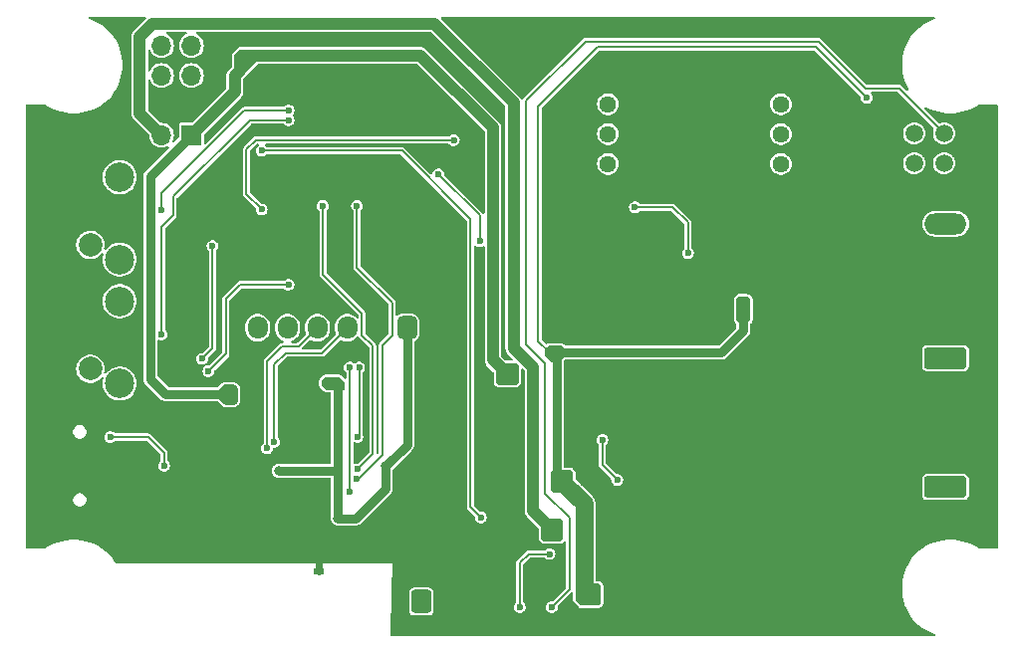
<source format=gbl>
G04 #@! TF.GenerationSoftware,KiCad,Pcbnew,8.0.2-8.0.2-0~ubuntu23.10.1*
G04 #@! TF.CreationDate,2024-05-23T14:55:55+07:00*
G04 #@! TF.ProjectId,Node_Analog,4e6f6465-5f41-46e6-916c-6f672e6b6963,rev?*
G04 #@! TF.SameCoordinates,Original*
G04 #@! TF.FileFunction,Copper,L2,Bot*
G04 #@! TF.FilePolarity,Positive*
%FSLAX46Y46*%
G04 Gerber Fmt 4.6, Leading zero omitted, Abs format (unit mm)*
G04 Created by KiCad (PCBNEW 8.0.2-8.0.2-0~ubuntu23.10.1) date 2024-05-23 14:55:55*
%MOMM*%
%LPD*%
G01*
G04 APERTURE LIST*
G04 Aperture macros list*
%AMRoundRect*
0 Rectangle with rounded corners*
0 $1 Rounding radius*
0 $2 $3 $4 $5 $6 $7 $8 $9 X,Y pos of 4 corners*
0 Add a 4 corners polygon primitive as box body*
4,1,4,$2,$3,$4,$5,$6,$7,$8,$9,$2,$3,0*
0 Add four circle primitives for the rounded corners*
1,1,$1+$1,$2,$3*
1,1,$1+$1,$4,$5*
1,1,$1+$1,$6,$7*
1,1,$1+$1,$8,$9*
0 Add four rect primitives between the rounded corners*
20,1,$1+$1,$2,$3,$4,$5,0*
20,1,$1+$1,$4,$5,$6,$7,0*
20,1,$1+$1,$6,$7,$8,$9,0*
20,1,$1+$1,$8,$9,$2,$3,0*%
G04 Aperture macros list end*
G04 #@! TA.AperFunction,ComponentPad*
%ADD10C,1.440000*%
G04 #@! TD*
G04 #@! TA.AperFunction,ComponentPad*
%ADD11C,2.000000*%
G04 #@! TD*
G04 #@! TA.AperFunction,ComponentPad*
%ADD12C,2.500000*%
G04 #@! TD*
G04 #@! TA.AperFunction,HeatsinkPad*
%ADD13C,0.500000*%
G04 #@! TD*
G04 #@! TA.AperFunction,HeatsinkPad*
%ADD14R,1.600000X1.600000*%
G04 #@! TD*
G04 #@! TA.AperFunction,ComponentPad*
%ADD15RoundRect,0.250000X-0.600000X0.725000X-0.600000X-0.725000X0.600000X-0.725000X0.600000X0.725000X0*%
G04 #@! TD*
G04 #@! TA.AperFunction,ComponentPad*
%ADD16O,1.700000X1.950000*%
G04 #@! TD*
G04 #@! TA.AperFunction,ComponentPad*
%ADD17R,1.700000X1.700000*%
G04 #@! TD*
G04 #@! TA.AperFunction,ComponentPad*
%ADD18O,1.700000X1.700000*%
G04 #@! TD*
G04 #@! TA.AperFunction,ComponentPad*
%ADD19RoundRect,0.250000X1.550000X-0.650000X1.550000X0.650000X-1.550000X0.650000X-1.550000X-0.650000X0*%
G04 #@! TD*
G04 #@! TA.AperFunction,ComponentPad*
%ADD20O,3.600000X1.800000*%
G04 #@! TD*
G04 #@! TA.AperFunction,ComponentPad*
%ADD21C,0.600000*%
G04 #@! TD*
G04 #@! TA.AperFunction,ComponentPad*
%ADD22O,2.100000X1.000000*%
G04 #@! TD*
G04 #@! TA.AperFunction,ComponentPad*
%ADD23O,1.600000X1.000000*%
G04 #@! TD*
G04 #@! TA.AperFunction,ComponentPad*
%ADD24RoundRect,0.425000X-0.425000X0.550000X-0.425000X-0.550000X0.425000X-0.550000X0.425000X0.550000X0*%
G04 #@! TD*
G04 #@! TA.AperFunction,ComponentPad*
%ADD25C,0.500000*%
G04 #@! TD*
G04 #@! TA.AperFunction,ComponentPad*
%ADD26R,0.900000X0.500000*%
G04 #@! TD*
G04 #@! TA.AperFunction,ComponentPad*
%ADD27C,1.500000*%
G04 #@! TD*
G04 #@! TA.AperFunction,ViaPad*
%ADD28C,0.800000*%
G04 #@! TD*
G04 #@! TA.AperFunction,ViaPad*
%ADD29C,0.600000*%
G04 #@! TD*
G04 #@! TA.AperFunction,Conductor*
%ADD30C,0.600000*%
G04 #@! TD*
G04 #@! TA.AperFunction,Conductor*
%ADD31C,0.200000*%
G04 #@! TD*
G04 #@! TA.AperFunction,Conductor*
%ADD32C,1.000000*%
G04 #@! TD*
G04 #@! TA.AperFunction,Conductor*
%ADD33C,0.800000*%
G04 #@! TD*
G04 #@! TA.AperFunction,Conductor*
%ADD34C,1.500000*%
G04 #@! TD*
G04 APERTURE END LIST*
D10*
X149400000Y-79030000D03*
X149400000Y-76490000D03*
X149400000Y-73950000D03*
D11*
X105400000Y-91950000D03*
X105400000Y-96450000D03*
D12*
X107900000Y-90700000D03*
X107900000Y-97700000D03*
D13*
X142650000Y-114737500D03*
X142650000Y-115837500D03*
X143200000Y-115287500D03*
D14*
X143200000Y-115287500D03*
D13*
X143750000Y-114737500D03*
X143750000Y-115837500D03*
D15*
X133535000Y-116250000D03*
D16*
X136075000Y-116250000D03*
D17*
X114000000Y-76575000D03*
D18*
X111460000Y-76575000D03*
X114000000Y-74035000D03*
X111460000Y-74035000D03*
X114000000Y-71495000D03*
X111460000Y-71495000D03*
X114000000Y-68955000D03*
X111460000Y-68955000D03*
D19*
X178100000Y-95530000D03*
D20*
X178100000Y-91720000D03*
X178100000Y-87910000D03*
X178100000Y-84100000D03*
D19*
X178100000Y-106500000D03*
D20*
X178100000Y-102690000D03*
D21*
X124200000Y-104225000D03*
X125400000Y-104225000D03*
X124800000Y-103625000D03*
X124200000Y-103050000D03*
X125400000Y-103050000D03*
D22*
X105030000Y-100380000D03*
D23*
X100850000Y-100380000D03*
D22*
X105030000Y-109020000D03*
D23*
X100850000Y-109020000D03*
D11*
X105400000Y-81400000D03*
X105400000Y-85900000D03*
D12*
X107900000Y-80150000D03*
X107900000Y-87150000D03*
D24*
X132320000Y-92950000D03*
D16*
X129780000Y-92950000D03*
X127240000Y-92950000D03*
X124700000Y-92950000D03*
X122160000Y-92950000D03*
X119620000Y-92950000D03*
D25*
X145875000Y-101550000D03*
X146450000Y-100600000D03*
X146450000Y-102500000D03*
X147025000Y-101550000D03*
D26*
X124850000Y-113700000D03*
D10*
X164100000Y-79040000D03*
X164100000Y-76500000D03*
X164100000Y-73960000D03*
D27*
X177975000Y-78970000D03*
X177975000Y-76430000D03*
X175435000Y-78970000D03*
X175435000Y-76430000D03*
D28*
X181400000Y-80300000D03*
X181400000Y-75220000D03*
X181400000Y-77760000D03*
X181400000Y-85440000D03*
X181400000Y-93060000D03*
X181400000Y-87980000D03*
X181400000Y-95600000D03*
X181400000Y-82900000D03*
X181400000Y-90520000D03*
X141400000Y-106100000D03*
X149000000Y-108400000D03*
X148600000Y-99800000D03*
X136300000Y-79800000D03*
X138300000Y-82000000D03*
X130700000Y-89400000D03*
X106700000Y-78100000D03*
X144700000Y-87800000D03*
X123400000Y-99000000D03*
X117000000Y-79900000D03*
X165520000Y-67200000D03*
X112200000Y-89100000D03*
X145100000Y-67200000D03*
X132500000Y-84200000D03*
X142900000Y-110300000D03*
X132600000Y-89400000D03*
X123800000Y-81800000D03*
X124900000Y-112500000D03*
X120400000Y-111400000D03*
X179200000Y-81700000D03*
X168600000Y-114500000D03*
X121500000Y-111400000D03*
X154400000Y-92000000D03*
X112600000Y-92400000D03*
X126700000Y-79700000D03*
X134200000Y-93500000D03*
X136700000Y-98220000D03*
X136700000Y-100760000D03*
X139120000Y-118500000D03*
X168900000Y-86000000D03*
D29*
X116900000Y-107100000D03*
D28*
X116800000Y-70100000D03*
X121400000Y-71700000D03*
X101000000Y-75300000D03*
X108300000Y-84800000D03*
X132900000Y-112400000D03*
X149400000Y-84700000D03*
X165100000Y-101500000D03*
X130100000Y-68500000D03*
X138700000Y-97100000D03*
X140000000Y-110300000D03*
X162600000Y-78200000D03*
X129200000Y-91600000D03*
X166600000Y-99800000D03*
X152100000Y-79000000D03*
X173300000Y-73400000D03*
X181400000Y-103200000D03*
X153200000Y-70400000D03*
X134800000Y-87300000D03*
X126700000Y-72300000D03*
X117900000Y-93000000D03*
X102800000Y-109000000D03*
X107400000Y-101300000D03*
X171700000Y-69500000D03*
X132600000Y-87300000D03*
X123800000Y-79700000D03*
X110300000Y-107800000D03*
X105300000Y-75300000D03*
X139600000Y-67200000D03*
X156900000Y-81900000D03*
X119000000Y-112500000D03*
X142200000Y-67200000D03*
X121500000Y-110300000D03*
X121500000Y-109200000D03*
X123900000Y-109700000D03*
X163600000Y-81200000D03*
X117800000Y-111400000D03*
X166300000Y-70300000D03*
X135900000Y-73900000D03*
X157060000Y-116200000D03*
X109800000Y-101300000D03*
X101000000Y-110860000D03*
X103000000Y-75300000D03*
X148100000Y-72100000D03*
X181400000Y-98120000D03*
X141500000Y-110100000D03*
X113200000Y-99600000D03*
X101000000Y-103240000D03*
X147600000Y-103300000D03*
X101000000Y-77840000D03*
X172140000Y-118500000D03*
X174400000Y-91100000D03*
X172400000Y-96100000D03*
D29*
X114600000Y-104600000D03*
D28*
X120200000Y-107700000D03*
X133600000Y-71600000D03*
X125100000Y-100100000D03*
X149900000Y-81400000D03*
X156000000Y-79700000D03*
X118500000Y-68300000D03*
X114300000Y-85400000D03*
X152720000Y-67200000D03*
X172000000Y-80200000D03*
X149100000Y-112700000D03*
X159600000Y-116200000D03*
X123900000Y-110800000D03*
X166700000Y-77900000D03*
D29*
X118300000Y-107200000D03*
D28*
X173900000Y-110500000D03*
X114800000Y-80800000D03*
X157900000Y-86100000D03*
X134300000Y-75800000D03*
X108190000Y-74070000D03*
X157000000Y-93800000D03*
X163500000Y-87900000D03*
X113920000Y-112500000D03*
X161600000Y-75400000D03*
X157500000Y-73200000D03*
X117000000Y-82100000D03*
X119000000Y-107700000D03*
D29*
X119900000Y-106200000D03*
D28*
X169100000Y-76400000D03*
X114200000Y-96500000D03*
X173200000Y-91100000D03*
X138800000Y-105800000D03*
X149900000Y-114000000D03*
D29*
X115400000Y-102000000D03*
D28*
X116100000Y-68400000D03*
X146500000Y-103600000D03*
X157800000Y-79700000D03*
X118000000Y-91300000D03*
X155800000Y-111500000D03*
D29*
X109450000Y-104700000D03*
D28*
X108100000Y-99600000D03*
X150300000Y-86700000D03*
X112720000Y-111400000D03*
X173600000Y-74700000D03*
X181400000Y-105740000D03*
X123800000Y-76100000D03*
X174600000Y-97800000D03*
X131500000Y-118500000D03*
X122500000Y-68400000D03*
D29*
X114600000Y-103200000D03*
D28*
X132300000Y-68500000D03*
X114200000Y-94100000D03*
X114000000Y-82500000D03*
X112500000Y-103300000D03*
X160200000Y-74100000D03*
X176900000Y-81700000D03*
X129600000Y-109400000D03*
X126600000Y-81800000D03*
X119000000Y-109200000D03*
X147300000Y-97700000D03*
X137700000Y-76200000D03*
X134300000Y-73900000D03*
X136300000Y-84400000D03*
X128200000Y-68500000D03*
X148300000Y-96900000D03*
X101000000Y-95620000D03*
X167000000Y-80700000D03*
X144200000Y-118500000D03*
X126700000Y-76100000D03*
X134800000Y-83200000D03*
X131600000Y-76100000D03*
X130200000Y-86400000D03*
D29*
X118300000Y-102000000D03*
D28*
X141660000Y-118500000D03*
X110600000Y-99600000D03*
X101000000Y-90540000D03*
X101000000Y-82920000D03*
X147200000Y-78200000D03*
X135300000Y-69700000D03*
D29*
X116900000Y-102000000D03*
D28*
X149900000Y-116500000D03*
X115800000Y-79800000D03*
X128960000Y-112400000D03*
X154100000Y-112700000D03*
X169100000Y-98200000D03*
X168100000Y-86800000D03*
X162200000Y-72900000D03*
X136700000Y-95680000D03*
X137000000Y-71300000D03*
X144800000Y-69800000D03*
X154600000Y-84600000D03*
X141000000Y-112600000D03*
X120400000Y-108900000D03*
X136600000Y-78000000D03*
X136700000Y-106000000D03*
X144700000Y-81300000D03*
X126600000Y-84200000D03*
X134000000Y-100760000D03*
X160440000Y-67200000D03*
X134000000Y-98220000D03*
X149800000Y-70400000D03*
X120200000Y-112400000D03*
X116460000Y-109200000D03*
X166300000Y-74000000D03*
X101000000Y-80380000D03*
X120800000Y-68300000D03*
X123900000Y-111900000D03*
X161400000Y-83800000D03*
X115260000Y-111400000D03*
X134000000Y-106000000D03*
X146400000Y-96900000D03*
X158000000Y-111100000D03*
D29*
X115400000Y-107100000D03*
D28*
X112400000Y-85400000D03*
X101000000Y-105780000D03*
X179200000Y-86000000D03*
X112300000Y-96000000D03*
X158300000Y-116200000D03*
X173000000Y-89400000D03*
X134200000Y-96000000D03*
X177000000Y-108700000D03*
X153400000Y-73000000D03*
X147640000Y-67200000D03*
X167060000Y-118500000D03*
X108900000Y-67100000D03*
X157000000Y-91400000D03*
X134040000Y-118500000D03*
X154500000Y-87900000D03*
X154400000Y-116500000D03*
X169600000Y-79300000D03*
X171800000Y-67200000D03*
X117000000Y-84300000D03*
X151300000Y-72300000D03*
X111300000Y-101900000D03*
X153000000Y-115000000D03*
X119700000Y-101600000D03*
X176860000Y-98300000D03*
X112900000Y-106100000D03*
X119500000Y-85300000D03*
X173900000Y-81500000D03*
X125100000Y-107200000D03*
X120000000Y-79900000D03*
X124800000Y-68500000D03*
X111380000Y-109200000D03*
X155260000Y-67200000D03*
X107300000Y-107900000D03*
X129900000Y-71600000D03*
X171300000Y-112500000D03*
X124000000Y-96100000D03*
X147700000Y-75000000D03*
X128700000Y-94800000D03*
X107400000Y-67100000D03*
X150300000Y-85300000D03*
X107640000Y-111400000D03*
X172900000Y-86000000D03*
X116900000Y-78500000D03*
X136300000Y-90460000D03*
X108840000Y-112500000D03*
X152100000Y-80600000D03*
X155800000Y-113800000D03*
X181400000Y-100660000D03*
X134000000Y-108540000D03*
X111380000Y-112500000D03*
X181400000Y-108280000D03*
X149280000Y-118500000D03*
X173900000Y-112900000D03*
X123800000Y-84200000D03*
X108300000Y-95100000D03*
X172700000Y-71100000D03*
X101000000Y-88000000D03*
X132500000Y-81800000D03*
X141200000Y-108300000D03*
X168900000Y-101600000D03*
X131500000Y-116100000D03*
X179400000Y-98300000D03*
X133640000Y-110400000D03*
X168100000Y-85300000D03*
X130900000Y-108200000D03*
X158500000Y-108600000D03*
X136300000Y-93000000D03*
X105000000Y-98600000D03*
X111300000Y-106800000D03*
X162980000Y-67200000D03*
X137200000Y-67200000D03*
X136300000Y-87920000D03*
X109300000Y-81600000D03*
X168800000Y-67200000D03*
D29*
X147371384Y-106128616D03*
D28*
X126700000Y-74200000D03*
X167200000Y-82700000D03*
X131500000Y-113400000D03*
X136700000Y-108540000D03*
X110800000Y-72800000D03*
X161800000Y-70300000D03*
X171300000Y-116300000D03*
X162400000Y-82700000D03*
X171100000Y-85800000D03*
X121900000Y-107200000D03*
X101000000Y-93080000D03*
X131800000Y-71600000D03*
X138400000Y-78000000D03*
X114800000Y-91200000D03*
X136580000Y-118500000D03*
X116460000Y-112500000D03*
X167600000Y-71500000D03*
X134200000Y-68500000D03*
X108840000Y-109200000D03*
X167200000Y-95600000D03*
X129400000Y-81800000D03*
X126900000Y-112400000D03*
X159300000Y-73300000D03*
X154700000Y-109800000D03*
X164520000Y-118500000D03*
X160000000Y-69900000D03*
X179400000Y-89800000D03*
X150800000Y-115000000D03*
X110180000Y-111400000D03*
X175100000Y-74700000D03*
X158000000Y-84700000D03*
X161980000Y-118500000D03*
X134000000Y-103300000D03*
X163900000Y-70300000D03*
X105400000Y-88900000D03*
X146500000Y-99500000D03*
X171500000Y-83700000D03*
X118600000Y-88200000D03*
X129400000Y-79700000D03*
X165000000Y-96900000D03*
X147500000Y-81300000D03*
X105400000Y-94200000D03*
X154400000Y-93800000D03*
X105400000Y-79700000D03*
X176860000Y-89800000D03*
X149400000Y-86000000D03*
X174700000Y-87700000D03*
X164900000Y-82700000D03*
X138000000Y-80100000D03*
X107200000Y-75000000D03*
X176900000Y-86000000D03*
X115500000Y-99600000D03*
X156600000Y-77100000D03*
X101000000Y-98160000D03*
X105300000Y-83500000D03*
X157900000Y-67200000D03*
X168900000Y-96700000D03*
X110000000Y-78100000D03*
X125000000Y-89400000D03*
X143400000Y-71000000D03*
X117500000Y-85700000D03*
X181400000Y-110820000D03*
X121900000Y-100200000D03*
X154400000Y-86400000D03*
X173400000Y-99400000D03*
X136700000Y-103300000D03*
D29*
X114600000Y-106100000D03*
D28*
X154400000Y-89600000D03*
X170000000Y-82300000D03*
X129400000Y-76100000D03*
X171900000Y-108700000D03*
X174680000Y-118500000D03*
X150180000Y-67200000D03*
X131100000Y-110400000D03*
X127800000Y-111300000D03*
X126100000Y-96100000D03*
X154360000Y-118500000D03*
X132200000Y-73900000D03*
X142300000Y-72300000D03*
X159900000Y-84000000D03*
X169100000Y-73800000D03*
X169600000Y-118500000D03*
X144800000Y-78200000D03*
X146740000Y-118500000D03*
X112500000Y-101300000D03*
X101000000Y-85460000D03*
X123400000Y-100100000D03*
X129400000Y-84200000D03*
X128000000Y-89400000D03*
X113920000Y-109200000D03*
X159100000Y-114800000D03*
D29*
X111475000Y-82975000D03*
X122250000Y-74475000D03*
D28*
X140400000Y-96450000D03*
X117550000Y-98200000D03*
X140400000Y-97350000D03*
D29*
X110500000Y-86775000D03*
D28*
X117550000Y-99100000D03*
X119175000Y-69800000D03*
X118175000Y-69800000D03*
X141300000Y-96450000D03*
D29*
X110525000Y-97350000D03*
D28*
X141300000Y-97350000D03*
X118675000Y-70500000D03*
D29*
X138474265Y-74774265D03*
X141900000Y-116725000D03*
D28*
X144200000Y-110600000D03*
D29*
X111675000Y-104700000D03*
D28*
X145100000Y-109700000D03*
X144200000Y-109700000D03*
D29*
X107100000Y-102250000D03*
D28*
X145100000Y-110600000D03*
D29*
X144425000Y-112200000D03*
D28*
X145925000Y-105550000D03*
X147400000Y-116100000D03*
X145025000Y-105550000D03*
X145425000Y-95050000D03*
X147400000Y-115200000D03*
X144425000Y-95050000D03*
X145925000Y-106450000D03*
X148300000Y-115200000D03*
D29*
X171400000Y-73400000D03*
D28*
X148300000Y-116100000D03*
X145025000Y-106450000D03*
X160900000Y-91800000D03*
X160900000Y-90800000D03*
X121425000Y-105125000D03*
X125550000Y-97650000D03*
X130525000Y-104725000D03*
X126450000Y-109175000D03*
D29*
X114900000Y-95600000D03*
X115800000Y-86000000D03*
D28*
X126450000Y-97650000D03*
D29*
X127450000Y-106875000D03*
X127450000Y-96325000D03*
X128100000Y-102250000D03*
X128250003Y-96325000D03*
X119975000Y-82900000D03*
X136300000Y-77000000D03*
X138600000Y-109100000D03*
X119975000Y-77900000D03*
X120425000Y-103200000D03*
X121025548Y-102663350D03*
X128074528Y-105799528D03*
X128075000Y-82600000D03*
X125175000Y-82600000D03*
X128125000Y-105000000D03*
X115450000Y-96650000D03*
X122250000Y-89300000D03*
X138500000Y-85600000D03*
X135000000Y-79900000D03*
X122250000Y-75300000D03*
X111475000Y-93525000D03*
X150200000Y-105900000D03*
X148925000Y-102500000D03*
X151700000Y-82700000D03*
X156200000Y-86600000D03*
X144625000Y-116725000D03*
D30*
X124850000Y-112550000D02*
X124900000Y-112500000D01*
X124850000Y-113700000D02*
X124850000Y-112550000D01*
D31*
X114950000Y-78000000D02*
X111475000Y-81475000D01*
X118475000Y-74475000D02*
X114950000Y-78000000D01*
X122250000Y-74475000D02*
X118475000Y-74475000D01*
X111475000Y-81475000D02*
X111475000Y-82975000D01*
D32*
X139625000Y-75950000D02*
X133475000Y-69800000D01*
X139625000Y-95675000D02*
X139625000Y-75950000D01*
X114000000Y-76575000D02*
X117675000Y-72900000D01*
X117675000Y-72900000D02*
X117675000Y-71500000D01*
X140400000Y-96450000D02*
X139625000Y-95675000D01*
D33*
X117550000Y-99100000D02*
X117550000Y-99000000D01*
X111775000Y-98600000D02*
X117150000Y-98600000D01*
X110500000Y-97325000D02*
X110525000Y-97350000D01*
D32*
X117675000Y-71500000D02*
X118675000Y-70500000D01*
X133475000Y-69800000D02*
X119175000Y-69800000D01*
D33*
X110500000Y-86775000D02*
X110500000Y-97325000D01*
X117150000Y-98600000D02*
X117550000Y-98200000D01*
X110500000Y-86775000D02*
X110500000Y-80075000D01*
X110525000Y-97350000D02*
X111775000Y-98600000D01*
X117550000Y-99000000D02*
X117150000Y-98600000D01*
X110500000Y-80075000D02*
X114000000Y-76575000D01*
D32*
X143050000Y-96350000D02*
X141375000Y-94675000D01*
D31*
X111100000Y-103025000D02*
X111675000Y-103600000D01*
X144425000Y-112200000D02*
X142650000Y-112200000D01*
D32*
X143050000Y-108550000D02*
X143050000Y-96350000D01*
X141375000Y-94675000D02*
X141375000Y-73800000D01*
D31*
X107100000Y-102250000D02*
X110325000Y-102250000D01*
X141900000Y-112950000D02*
X141900000Y-116725000D01*
D32*
X144200000Y-109700000D02*
X143050000Y-108550000D01*
D31*
X142650000Y-112200000D02*
X141900000Y-112950000D01*
D32*
X110700000Y-67100000D02*
X109600000Y-68200000D01*
D31*
X111675000Y-103600000D02*
X111675000Y-104700000D01*
D32*
X134675000Y-67100000D02*
X110700000Y-67100000D01*
X141375000Y-73800000D02*
X134675000Y-67100000D01*
X109600000Y-74715000D02*
X111460000Y-76575000D01*
D31*
X110325000Y-102250000D02*
X111100000Y-103025000D01*
D32*
X109600000Y-68200000D02*
X109600000Y-74715000D01*
D31*
X171400000Y-73400000D02*
X167100000Y-69100000D01*
D33*
X159050000Y-95050000D02*
X160900000Y-93200000D01*
D31*
X143475000Y-74125000D02*
X143475000Y-94100000D01*
D34*
X145925000Y-106450000D02*
X147400000Y-107925000D01*
D33*
X160900000Y-93200000D02*
X160900000Y-90800000D01*
D31*
X167100000Y-69100000D02*
X148500000Y-69100000D01*
X143475000Y-94100000D02*
X144425000Y-95050000D01*
D33*
X145025000Y-105550000D02*
X145025000Y-95650000D01*
D34*
X147400000Y-107925000D02*
X147400000Y-115200000D01*
D31*
X148500000Y-69100000D02*
X143475000Y-74125000D01*
D33*
X144425000Y-95050000D02*
X159050000Y-95050000D01*
X145025000Y-95650000D02*
X144425000Y-95050000D01*
X130525000Y-106625000D02*
X127975000Y-109175000D01*
X130525000Y-104725000D02*
X132320000Y-102930000D01*
D31*
X115800000Y-94700000D02*
X114900000Y-95600000D01*
X115800000Y-86000000D02*
X115800000Y-94700000D01*
D33*
X132320000Y-102930000D02*
X132320000Y-92950000D01*
X126450000Y-105125000D02*
X126450000Y-109175000D01*
X126450000Y-97650000D02*
X126450000Y-105125000D01*
X130525000Y-104725000D02*
X130525000Y-106625000D01*
X127975000Y-109175000D02*
X126450000Y-109175000D01*
X121425000Y-105125000D02*
X126450000Y-105125000D01*
D31*
X127450000Y-106875000D02*
X127450000Y-96325000D01*
X128250003Y-96325000D02*
X128250003Y-102099997D01*
X128250003Y-102099997D02*
X128100000Y-102250000D01*
X136300000Y-77000000D02*
X119450000Y-77000000D01*
X118675000Y-81600000D02*
X119975000Y-82900000D01*
X119450000Y-77000000D02*
X118675000Y-77775000D01*
X118675000Y-77775000D02*
X118675000Y-81600000D01*
X138600000Y-109100000D02*
X137700000Y-108200000D01*
X137700000Y-108200000D02*
X137700000Y-83700000D01*
X137700000Y-83700000D02*
X131900000Y-77900000D01*
X131900000Y-77900000D02*
X119975000Y-77900000D01*
X124700000Y-92950000D02*
X123100000Y-94550000D01*
X123100000Y-94550000D02*
X121700000Y-94550000D01*
X120425000Y-95825000D02*
X120425000Y-103200000D01*
X121700000Y-94550000D02*
X120425000Y-95825000D01*
X121025548Y-102663350D02*
X121025548Y-96099452D01*
X121025548Y-96099452D02*
X122000000Y-95125000D01*
X125065000Y-95125000D02*
X127240000Y-92950000D01*
X122000000Y-95125000D02*
X125065000Y-95125000D01*
X128075000Y-87825000D02*
X128075000Y-82600000D01*
X130200000Y-103773529D02*
X130200000Y-94475000D01*
X131050000Y-93625000D02*
X131050000Y-90800000D01*
X131050000Y-90800000D02*
X128075000Y-87825000D01*
X130200000Y-94475000D02*
X131050000Y-93625000D01*
X128074528Y-105799528D02*
X128174001Y-105799528D01*
X128174001Y-105799528D02*
X130200000Y-103773529D01*
X128500000Y-91775000D02*
X125175000Y-88450000D01*
X128500000Y-93575000D02*
X128500000Y-91775000D01*
X129400000Y-103725000D02*
X129400000Y-94475000D01*
X125175000Y-88450000D02*
X125175000Y-82600000D01*
X129400000Y-94475000D02*
X128500000Y-93575000D01*
X128125000Y-105000000D02*
X129400000Y-103725000D01*
X118125000Y-89300000D02*
X116925000Y-90500000D01*
X122250000Y-89300000D02*
X118125000Y-89300000D01*
X116925000Y-90500000D02*
X116925000Y-95175000D01*
X116925000Y-95175000D02*
X115450000Y-96650000D01*
X138500000Y-85600000D02*
X138500000Y-83400000D01*
X138500000Y-83400000D02*
X135000000Y-79900000D01*
X112450000Y-83375000D02*
X112450000Y-81800000D01*
X112450000Y-81800000D02*
X118950000Y-75300000D01*
X111475000Y-84350000D02*
X112450000Y-83375000D01*
X118950000Y-75300000D02*
X122250000Y-75300000D01*
X111475000Y-93525000D02*
X111475000Y-84350000D01*
X148925000Y-104625000D02*
X150200000Y-105900000D01*
X148925000Y-102500000D02*
X148925000Y-104625000D01*
X156200000Y-86600000D02*
X156200000Y-84000000D01*
X156200000Y-84000000D02*
X154900000Y-82700000D01*
X154900000Y-82700000D02*
X151700000Y-82700000D01*
X146125000Y-115225000D02*
X146125000Y-109150000D01*
X144025000Y-107050000D02*
X144025000Y-95950000D01*
X142450000Y-73650000D02*
X147500000Y-68600000D01*
X144025000Y-95950000D02*
X142450000Y-94375000D01*
X147500000Y-68600000D02*
X167300000Y-68600000D01*
X144625000Y-116725000D02*
X146125000Y-115225000D01*
X146125000Y-109150000D02*
X144025000Y-107050000D01*
X142450000Y-94375000D02*
X142450000Y-73650000D01*
X171300000Y-72600000D02*
X174145000Y-72600000D01*
X174145000Y-72600000D02*
X177975000Y-76430000D01*
X167300000Y-68600000D02*
X171300000Y-72600000D01*
G04 #@! TA.AperFunction,Conductor*
G36*
X110128027Y-66519407D02*
G01*
X110163991Y-66568907D01*
X110163991Y-66630093D01*
X110139841Y-66669501D01*
X109502029Y-67307314D01*
X109055883Y-67753460D01*
X109024453Y-67800500D01*
X108979223Y-67868191D01*
X108926420Y-67995670D01*
X108926420Y-67995672D01*
X108899500Y-68131004D01*
X108899500Y-74783996D01*
X108910694Y-74840269D01*
X108926127Y-74917857D01*
X108926420Y-74919327D01*
X108926420Y-74919329D01*
X108979223Y-75046808D01*
X108979224Y-75046810D01*
X108979225Y-75046811D01*
X109055886Y-75161543D01*
X109722928Y-75828585D01*
X110377129Y-76482786D01*
X110404906Y-76537303D01*
X110405648Y-76562490D01*
X110404418Y-76574996D01*
X110404417Y-76575003D01*
X110424698Y-76780929D01*
X110424699Y-76780934D01*
X110484768Y-76978954D01*
X110582316Y-77161452D01*
X110689099Y-77291568D01*
X110713590Y-77321410D01*
X110713595Y-77321414D01*
X110873547Y-77452683D01*
X110873548Y-77452683D01*
X110873550Y-77452685D01*
X111056046Y-77550232D01*
X111188757Y-77590489D01*
X111254065Y-77610300D01*
X111254070Y-77610301D01*
X111459997Y-77630583D01*
X111460000Y-77630583D01*
X111460003Y-77630583D01*
X111665929Y-77610301D01*
X111665934Y-77610300D01*
X111701537Y-77599500D01*
X111863954Y-77550232D01*
X111944714Y-77507064D01*
X112004944Y-77496307D01*
X112059995Y-77523008D01*
X112088839Y-77576968D01*
X112080457Y-77637577D01*
X112061385Y-77664378D01*
X110131286Y-79594478D01*
X110131284Y-79594480D01*
X110131283Y-79594479D01*
X110019482Y-79706281D01*
X110019480Y-79706283D01*
X110019480Y-79706284D01*
X109986078Y-79764140D01*
X109979984Y-79774695D01*
X109979983Y-79774696D01*
X109940424Y-79843211D01*
X109940423Y-79843215D01*
X109899499Y-79995943D01*
X109899499Y-79995945D01*
X109899499Y-80162031D01*
X109899500Y-80162044D01*
X109899500Y-97239863D01*
X109899499Y-97239881D01*
X109899499Y-97245943D01*
X109899499Y-97404057D01*
X109940423Y-97556785D01*
X109940424Y-97556787D01*
X109967125Y-97603033D01*
X109967126Y-97603036D01*
X110019478Y-97693713D01*
X110019480Y-97693716D01*
X110131284Y-97805520D01*
X110131286Y-97805521D01*
X111294478Y-98968713D01*
X111294480Y-98968716D01*
X111406284Y-99080520D01*
X111406286Y-99080521D01*
X111406289Y-99080524D01*
X111406288Y-99080524D01*
X111493091Y-99130637D01*
X111493093Y-99130639D01*
X111493094Y-99130639D01*
X111522032Y-99147346D01*
X111543215Y-99159577D01*
X111695943Y-99200501D01*
X111695944Y-99200501D01*
X111860120Y-99200501D01*
X111860136Y-99200500D01*
X116218872Y-99200500D01*
X116277063Y-99219407D01*
X116288876Y-99229496D01*
X116668376Y-99608996D01*
X116684722Y-99623679D01*
X116684738Y-99623693D01*
X116701552Y-99637242D01*
X116705380Y-99640327D01*
X116761819Y-99669850D01*
X116776425Y-99677490D01*
X116776426Y-99677490D01*
X116776428Y-99677491D01*
X116843457Y-99697173D01*
X116843464Y-99697175D01*
X116901362Y-99705500D01*
X117542126Y-99705500D01*
X117544905Y-99705682D01*
X117550000Y-99705682D01*
X117555095Y-99705682D01*
X117557874Y-99705500D01*
X117598620Y-99705500D01*
X117598638Y-99705500D01*
X117620607Y-99704322D01*
X117646965Y-99701488D01*
X117686028Y-99689255D01*
X117702693Y-99685579D01*
X117706762Y-99685044D01*
X117737455Y-99672329D01*
X117749704Y-99668171D01*
X117781784Y-99659577D01*
X117810542Y-99642973D01*
X117822150Y-99637247D01*
X117852841Y-99624536D01*
X117879193Y-99604314D01*
X117889954Y-99597125D01*
X117918716Y-99580520D01*
X117942204Y-99557030D01*
X117951932Y-99548500D01*
X117978282Y-99528282D01*
X117998500Y-99501932D01*
X118007030Y-99492204D01*
X118030520Y-99468716D01*
X118047125Y-99439954D01*
X118054314Y-99429193D01*
X118074536Y-99402841D01*
X118087247Y-99372150D01*
X118092973Y-99360542D01*
X118109575Y-99331787D01*
X118109577Y-99331784D01*
X118118171Y-99299704D01*
X118122331Y-99287451D01*
X118135044Y-99256762D01*
X118136170Y-99248202D01*
X118139329Y-99233253D01*
X118147175Y-99206536D01*
X118155500Y-99148638D01*
X118155500Y-99107875D01*
X118155682Y-99105097D01*
X118155682Y-99094912D01*
X118155500Y-99092132D01*
X118155500Y-98207875D01*
X118155682Y-98205097D01*
X118155682Y-98194912D01*
X118155500Y-98192132D01*
X118155500Y-98151380D01*
X118155499Y-98151343D01*
X118155465Y-98150720D01*
X118154322Y-98129393D01*
X118151488Y-98103035D01*
X118139255Y-98063969D01*
X118135579Y-98047305D01*
X118135562Y-98047173D01*
X118135044Y-98043238D01*
X118122329Y-98012544D01*
X118118167Y-98000281D01*
X118117958Y-97999500D01*
X118109576Y-97968216D01*
X118096411Y-97945414D01*
X118092973Y-97939458D01*
X118087247Y-97927846D01*
X118085438Y-97923479D01*
X118074536Y-97897159D01*
X118054309Y-97870798D01*
X118047121Y-97860040D01*
X118030719Y-97831630D01*
X118030520Y-97831285D01*
X118030517Y-97831282D01*
X118007034Y-97807798D01*
X117998497Y-97798063D01*
X117978285Y-97771722D01*
X117978282Y-97771718D01*
X117978277Y-97771714D01*
X117978276Y-97771713D01*
X117951936Y-97751502D01*
X117942199Y-97742964D01*
X117918714Y-97719479D01*
X117889958Y-97702876D01*
X117879194Y-97695684D01*
X117852843Y-97675465D01*
X117822145Y-97662749D01*
X117810536Y-97657023D01*
X117781784Y-97640424D01*
X117781785Y-97640424D01*
X117772227Y-97637863D01*
X117749708Y-97631829D01*
X117737454Y-97627669D01*
X117706762Y-97614956D01*
X117698206Y-97613829D01*
X117683247Y-97610667D01*
X117656537Y-97602824D01*
X117605102Y-97595429D01*
X117598638Y-97594500D01*
X117598637Y-97594500D01*
X117557874Y-97594500D01*
X117555095Y-97594318D01*
X117544905Y-97594318D01*
X117542126Y-97594500D01*
X116801343Y-97594500D01*
X116779405Y-97595677D01*
X116779398Y-97595677D01*
X116779393Y-97595678D01*
X116770894Y-97596591D01*
X116753038Y-97598511D01*
X116753033Y-97598512D01*
X116676520Y-97622469D01*
X116615193Y-97655957D01*
X116568369Y-97691010D01*
X116288876Y-97970504D01*
X116234359Y-97998281D01*
X116218872Y-97999500D01*
X112064743Y-97999500D01*
X112006552Y-97980593D01*
X111994739Y-97970504D01*
X111129496Y-97105261D01*
X111101719Y-97050744D01*
X111100500Y-97035257D01*
X111100500Y-95599997D01*
X114394353Y-95599997D01*
X114394353Y-95600002D01*
X114414834Y-95742456D01*
X114474622Y-95873371D01*
X114474623Y-95873373D01*
X114568871Y-95982142D01*
X114568873Y-95982144D01*
X114676991Y-96051627D01*
X114689947Y-96059953D01*
X114796403Y-96091211D01*
X114828035Y-96100499D01*
X114828036Y-96100499D01*
X114828039Y-96100500D01*
X114828041Y-96100500D01*
X114971959Y-96100500D01*
X114971961Y-96100500D01*
X115061279Y-96074274D01*
X115122438Y-96076021D01*
X115170891Y-96113384D01*
X115188129Y-96172091D01*
X115167567Y-96229718D01*
X115142693Y-96252547D01*
X115118874Y-96267854D01*
X115024622Y-96376628D01*
X114964834Y-96507543D01*
X114944353Y-96649997D01*
X114944353Y-96650002D01*
X114964834Y-96792456D01*
X115007340Y-96885530D01*
X115024623Y-96923373D01*
X115118872Y-97032143D01*
X115118873Y-97032144D01*
X115187527Y-97076265D01*
X115239947Y-97109953D01*
X115346403Y-97141211D01*
X115378035Y-97150499D01*
X115378036Y-97150499D01*
X115378039Y-97150500D01*
X115378041Y-97150500D01*
X115521959Y-97150500D01*
X115521961Y-97150500D01*
X115660053Y-97109953D01*
X115781128Y-97032143D01*
X115875377Y-96923373D01*
X115935165Y-96792457D01*
X115947431Y-96707143D01*
X115955647Y-96650002D01*
X115955647Y-96650000D01*
X115952843Y-96630499D01*
X115952558Y-96628517D01*
X115962990Y-96568228D01*
X115980543Y-96544426D01*
X117165460Y-95359511D01*
X117187850Y-95320729D01*
X117196046Y-95306535D01*
X117201571Y-95296965D01*
X117205021Y-95290989D01*
X117225500Y-95214562D01*
X117225500Y-92721532D01*
X118569500Y-92721532D01*
X118569500Y-93178467D01*
X118609869Y-93381418D01*
X118689058Y-93572597D01*
X118783667Y-93714190D01*
X118804023Y-93744655D01*
X118950345Y-93890977D01*
X119122402Y-94005941D01*
X119313580Y-94085130D01*
X119516535Y-94125500D01*
X119516536Y-94125500D01*
X119723464Y-94125500D01*
X119723465Y-94125500D01*
X119926420Y-94085130D01*
X120117598Y-94005941D01*
X120289655Y-93890977D01*
X120435977Y-93744655D01*
X120550941Y-93572598D01*
X120630130Y-93381420D01*
X120670500Y-93178465D01*
X120670500Y-92721535D01*
X120630130Y-92518580D01*
X120550941Y-92327402D01*
X120435977Y-92155345D01*
X120289655Y-92009023D01*
X120289651Y-92009020D01*
X120117597Y-91894058D01*
X119926418Y-91814869D01*
X119723467Y-91774500D01*
X119723465Y-91774500D01*
X119516535Y-91774500D01*
X119516532Y-91774500D01*
X119313581Y-91814869D01*
X119122402Y-91894058D01*
X118950348Y-92009020D01*
X118804020Y-92155348D01*
X118689058Y-92327402D01*
X118609869Y-92518581D01*
X118569500Y-92721532D01*
X117225500Y-92721532D01*
X117225500Y-90665479D01*
X117244407Y-90607288D01*
X117254496Y-90595475D01*
X118220475Y-89629496D01*
X118274992Y-89601719D01*
X118290479Y-89600500D01*
X121802917Y-89600500D01*
X121861108Y-89619407D01*
X121877733Y-89634667D01*
X121918872Y-89682143D01*
X122039947Y-89759953D01*
X122146403Y-89791211D01*
X122178035Y-89800499D01*
X122178036Y-89800499D01*
X122178039Y-89800500D01*
X122178041Y-89800500D01*
X122321959Y-89800500D01*
X122321961Y-89800500D01*
X122460053Y-89759953D01*
X122581128Y-89682143D01*
X122675377Y-89573373D01*
X122735165Y-89442457D01*
X122755647Y-89300000D01*
X122748386Y-89249500D01*
X122735165Y-89157543D01*
X122675377Y-89026628D01*
X122675377Y-89026627D01*
X122581128Y-88917857D01*
X122581127Y-88917856D01*
X122581126Y-88917855D01*
X122460057Y-88840049D01*
X122460054Y-88840047D01*
X122460053Y-88840047D01*
X122460050Y-88840046D01*
X122321964Y-88799500D01*
X122321961Y-88799500D01*
X122178039Y-88799500D01*
X122178035Y-88799500D01*
X122039949Y-88840046D01*
X122039942Y-88840049D01*
X121918876Y-88917854D01*
X121918871Y-88917858D01*
X121877736Y-88965331D01*
X121825340Y-88996927D01*
X121802917Y-88999500D01*
X118085435Y-88999500D01*
X118009011Y-89019978D01*
X118009007Y-89019980D01*
X117940491Y-89059538D01*
X116740489Y-90259540D01*
X116740488Y-90259539D01*
X116684539Y-90315489D01*
X116644980Y-90384007D01*
X116644978Y-90384011D01*
X116624500Y-90460435D01*
X116624500Y-95009520D01*
X116605593Y-95067711D01*
X116595504Y-95079524D01*
X115554524Y-96120504D01*
X115500007Y-96148281D01*
X115484520Y-96149500D01*
X115378035Y-96149500D01*
X115288721Y-96175725D01*
X115227560Y-96173977D01*
X115179108Y-96136614D01*
X115161870Y-96077907D01*
X115182432Y-96020280D01*
X115207303Y-95997454D01*
X115231128Y-95982143D01*
X115325377Y-95873373D01*
X115385165Y-95742457D01*
X115399826Y-95640489D01*
X115405647Y-95600002D01*
X115405647Y-95600000D01*
X115402558Y-95578518D01*
X115412990Y-95518228D01*
X115430543Y-95494427D01*
X116040460Y-94884511D01*
X116060096Y-94850500D01*
X116080021Y-94815989D01*
X116100500Y-94739562D01*
X116100500Y-86453893D01*
X116119407Y-86395702D01*
X116126741Y-86387711D01*
X116126491Y-86387494D01*
X116131128Y-86382143D01*
X116225377Y-86273373D01*
X116285165Y-86142457D01*
X116291992Y-86094971D01*
X116305647Y-86000002D01*
X116305647Y-85999997D01*
X116285165Y-85857543D01*
X116232606Y-85742457D01*
X116225377Y-85726627D01*
X116131128Y-85617857D01*
X116131127Y-85617856D01*
X116131126Y-85617855D01*
X116010057Y-85540049D01*
X116010054Y-85540047D01*
X116010053Y-85540047D01*
X116010050Y-85540046D01*
X115871964Y-85499500D01*
X115871961Y-85499500D01*
X115728039Y-85499500D01*
X115728035Y-85499500D01*
X115589949Y-85540046D01*
X115589942Y-85540049D01*
X115468873Y-85617855D01*
X115374622Y-85726628D01*
X115314834Y-85857543D01*
X115294353Y-85999997D01*
X115294353Y-86000002D01*
X115314834Y-86142456D01*
X115348383Y-86215917D01*
X115374623Y-86273373D01*
X115420768Y-86326628D01*
X115473509Y-86387494D01*
X115471471Y-86389259D01*
X115496925Y-86431458D01*
X115499500Y-86453893D01*
X115499500Y-94534520D01*
X115480593Y-94592711D01*
X115470504Y-94604524D01*
X115004524Y-95070504D01*
X114950007Y-95098281D01*
X114934520Y-95099500D01*
X114828035Y-95099500D01*
X114689949Y-95140046D01*
X114689942Y-95140049D01*
X114568873Y-95217855D01*
X114474622Y-95326628D01*
X114414834Y-95457543D01*
X114394353Y-95599997D01*
X111100500Y-95599997D01*
X111100500Y-94060574D01*
X111119407Y-94002383D01*
X111168907Y-93966419D01*
X111230093Y-93966419D01*
X111253020Y-93977288D01*
X111264947Y-93984953D01*
X111350145Y-94009969D01*
X111403035Y-94025499D01*
X111403036Y-94025499D01*
X111403039Y-94025500D01*
X111403041Y-94025500D01*
X111546959Y-94025500D01*
X111546961Y-94025500D01*
X111685053Y-93984953D01*
X111806128Y-93907143D01*
X111900377Y-93798373D01*
X111960165Y-93667457D01*
X111970061Y-93598627D01*
X111980647Y-93525002D01*
X111980647Y-93524997D01*
X111960165Y-93382543D01*
X111900377Y-93251628D01*
X111900377Y-93251627D01*
X111806128Y-93142857D01*
X111806127Y-93142856D01*
X111801491Y-93137506D01*
X111803524Y-93135743D01*
X111778067Y-93093505D01*
X111775500Y-93071105D01*
X111775500Y-84515478D01*
X111794407Y-84457287D01*
X111804490Y-84445480D01*
X112690460Y-83559511D01*
X112715876Y-83515489D01*
X112716024Y-83515234D01*
X112727431Y-83495475D01*
X112730021Y-83490989D01*
X112750500Y-83414562D01*
X112750500Y-81965479D01*
X112769407Y-81907288D01*
X112779496Y-81895475D01*
X119045475Y-75629496D01*
X119099992Y-75601719D01*
X119115479Y-75600500D01*
X121802917Y-75600500D01*
X121861108Y-75619407D01*
X121877733Y-75634667D01*
X121918872Y-75682143D01*
X121954832Y-75705253D01*
X122031690Y-75754647D01*
X122039947Y-75759953D01*
X122146403Y-75791211D01*
X122178035Y-75800499D01*
X122178036Y-75800499D01*
X122178039Y-75800500D01*
X122178041Y-75800500D01*
X122321959Y-75800500D01*
X122321961Y-75800500D01*
X122460053Y-75759953D01*
X122581128Y-75682143D01*
X122675377Y-75573373D01*
X122735165Y-75442457D01*
X122755647Y-75300000D01*
X122735165Y-75157543D01*
X122675377Y-75026627D01*
X122649642Y-74996927D01*
X122611000Y-74952331D01*
X122587182Y-74895972D01*
X122601041Y-74836376D01*
X122611000Y-74822669D01*
X122627476Y-74803653D01*
X122675377Y-74748373D01*
X122735165Y-74617457D01*
X122752159Y-74499261D01*
X122755647Y-74475002D01*
X122755647Y-74474997D01*
X122735165Y-74332543D01*
X122690408Y-74234540D01*
X122675377Y-74201627D01*
X122581128Y-74092857D01*
X122581127Y-74092856D01*
X122581126Y-74092855D01*
X122460057Y-74015049D01*
X122460054Y-74015047D01*
X122460053Y-74015047D01*
X122460050Y-74015046D01*
X122321964Y-73974500D01*
X122321961Y-73974500D01*
X122178039Y-73974500D01*
X122178035Y-73974500D01*
X122039949Y-74015046D01*
X122039942Y-74015049D01*
X121918876Y-74092854D01*
X121918871Y-74092858D01*
X121877736Y-74140331D01*
X121825340Y-74171927D01*
X121802917Y-74174500D01*
X118435435Y-74174500D01*
X118359011Y-74194978D01*
X118359007Y-74194980D01*
X118343913Y-74203694D01*
X118343914Y-74203695D01*
X118290490Y-74234539D01*
X115219504Y-77305524D01*
X115164987Y-77333301D01*
X115104555Y-77323730D01*
X115061290Y-77280465D01*
X115050500Y-77235520D01*
X115050500Y-76556164D01*
X115069407Y-76497973D01*
X115079490Y-76486166D01*
X118219114Y-73346543D01*
X118295775Y-73231811D01*
X118348580Y-73104328D01*
X118375500Y-72968994D01*
X118375500Y-72831006D01*
X118375500Y-71831164D01*
X118394407Y-71772973D01*
X118404490Y-71761166D01*
X119219114Y-70946543D01*
X119219117Y-70946537D01*
X119222464Y-70943191D01*
X119222802Y-70942816D01*
X119636124Y-70529496D01*
X119690640Y-70501719D01*
X119706127Y-70500500D01*
X133143835Y-70500500D01*
X133202026Y-70519407D01*
X133213839Y-70529496D01*
X138895504Y-76211160D01*
X138923281Y-76265677D01*
X138924500Y-76281164D01*
X138924500Y-83164783D01*
X138905593Y-83222974D01*
X138856093Y-83258938D01*
X138794907Y-83258938D01*
X138745407Y-83222974D01*
X138741021Y-83216220D01*
X138740462Y-83215490D01*
X138684511Y-83159539D01*
X138684511Y-83159540D01*
X135530546Y-80005575D01*
X135502769Y-79951058D01*
X135502558Y-79921482D01*
X135505647Y-79900000D01*
X135498802Y-79852394D01*
X135485165Y-79757543D01*
X135467029Y-79717831D01*
X135425377Y-79626627D01*
X135331128Y-79517857D01*
X135331127Y-79517856D01*
X135331126Y-79517855D01*
X135210057Y-79440049D01*
X135210054Y-79440047D01*
X135210053Y-79440047D01*
X135210050Y-79440046D01*
X135071964Y-79399500D01*
X135071961Y-79399500D01*
X134928039Y-79399500D01*
X134928035Y-79399500D01*
X134789949Y-79440046D01*
X134789942Y-79440049D01*
X134668873Y-79517855D01*
X134574622Y-79626628D01*
X134514834Y-79757543D01*
X134501207Y-79852325D01*
X134474211Y-79907233D01*
X134420097Y-79935786D01*
X134359534Y-79927079D01*
X134333211Y-79908240D01*
X133242089Y-78817118D01*
X132084511Y-77659540D01*
X132084508Y-77659538D01*
X132084507Y-77659537D01*
X132083587Y-77659006D01*
X132083587Y-77659005D01*
X132015989Y-77619979D01*
X132015985Y-77619977D01*
X131939564Y-77599500D01*
X131939562Y-77599500D01*
X120422083Y-77599500D01*
X120363892Y-77580593D01*
X120347264Y-77565331D01*
X120334179Y-77550230D01*
X120306128Y-77517857D01*
X120251552Y-77482783D01*
X120212822Y-77435418D01*
X120209329Y-77374332D01*
X120242409Y-77322860D01*
X120299425Y-77300661D01*
X120305077Y-77300500D01*
X135852917Y-77300500D01*
X135911108Y-77319407D01*
X135927733Y-77334667D01*
X135968872Y-77382143D01*
X136028557Y-77420500D01*
X136078634Y-77452683D01*
X136089947Y-77459953D01*
X136196403Y-77491211D01*
X136228035Y-77500499D01*
X136228036Y-77500499D01*
X136228039Y-77500500D01*
X136228041Y-77500500D01*
X136371959Y-77500500D01*
X136371961Y-77500500D01*
X136510053Y-77459953D01*
X136631128Y-77382143D01*
X136725377Y-77273373D01*
X136785165Y-77142457D01*
X136799316Y-77044032D01*
X136805647Y-77000002D01*
X136805647Y-76999997D01*
X136785165Y-76857543D01*
X136740406Y-76759536D01*
X136725377Y-76726627D01*
X136631128Y-76617857D01*
X136631127Y-76617856D01*
X136631126Y-76617855D01*
X136510057Y-76540049D01*
X136510054Y-76540047D01*
X136510053Y-76540047D01*
X136500708Y-76537303D01*
X136371964Y-76499500D01*
X136371961Y-76499500D01*
X136228039Y-76499500D01*
X136228035Y-76499500D01*
X136089949Y-76540046D01*
X136089942Y-76540049D01*
X135968876Y-76617854D01*
X135968871Y-76617858D01*
X135927736Y-76665331D01*
X135875340Y-76696927D01*
X135852917Y-76699500D01*
X119489562Y-76699500D01*
X119410438Y-76699500D01*
X119363661Y-76712033D01*
X119334007Y-76719979D01*
X119265493Y-76759536D01*
X118490489Y-77534540D01*
X118490488Y-77534539D01*
X118434539Y-77590489D01*
X118394981Y-77659006D01*
X118394978Y-77659011D01*
X118374500Y-77735435D01*
X118374500Y-81639564D01*
X118394977Y-81715985D01*
X118394979Y-81715990D01*
X118417513Y-81755020D01*
X118420641Y-81760438D01*
X118434540Y-81784511D01*
X118967883Y-82317854D01*
X119444453Y-82794424D01*
X119472230Y-82848941D01*
X119472441Y-82878514D01*
X119469354Y-82899997D01*
X119469353Y-82900002D01*
X119489834Y-83042456D01*
X119543493Y-83159950D01*
X119549623Y-83173373D01*
X119616479Y-83250529D01*
X119643873Y-83282144D01*
X119764942Y-83359950D01*
X119764947Y-83359953D01*
X119871403Y-83391211D01*
X119903035Y-83400499D01*
X119903036Y-83400499D01*
X119903039Y-83400500D01*
X119903041Y-83400500D01*
X120046959Y-83400500D01*
X120046961Y-83400500D01*
X120185053Y-83359953D01*
X120306128Y-83282143D01*
X120400377Y-83173373D01*
X120460165Y-83042457D01*
X120480647Y-82900000D01*
X120473490Y-82850223D01*
X120460165Y-82757543D01*
X120434629Y-82701627D01*
X120400377Y-82626627D01*
X120306128Y-82517857D01*
X120306127Y-82517856D01*
X120306126Y-82517855D01*
X120185057Y-82440049D01*
X120185054Y-82440047D01*
X120185053Y-82440047D01*
X120185050Y-82440046D01*
X120046964Y-82399500D01*
X120046961Y-82399500D01*
X119940479Y-82399500D01*
X119882288Y-82380593D01*
X119870475Y-82370504D01*
X119004496Y-81504525D01*
X118976719Y-81450008D01*
X118975500Y-81434521D01*
X118975500Y-77940479D01*
X118994407Y-77882288D01*
X119004496Y-77870475D01*
X119545475Y-77329496D01*
X119599992Y-77301719D01*
X119615479Y-77300500D01*
X119644923Y-77300500D01*
X119703114Y-77319407D01*
X119739078Y-77368907D01*
X119739078Y-77430093D01*
X119703114Y-77479593D01*
X119698447Y-77482784D01*
X119643872Y-77517857D01*
X119549622Y-77626628D01*
X119489834Y-77757543D01*
X119469353Y-77899997D01*
X119469353Y-77900002D01*
X119489834Y-78042456D01*
X119538825Y-78149730D01*
X119549623Y-78173373D01*
X119643870Y-78282141D01*
X119643873Y-78282144D01*
X119752833Y-78352168D01*
X119764947Y-78359953D01*
X119871403Y-78391211D01*
X119903035Y-78400499D01*
X119903036Y-78400499D01*
X119903039Y-78400500D01*
X119903041Y-78400500D01*
X120046959Y-78400500D01*
X120046961Y-78400500D01*
X120185053Y-78359953D01*
X120306128Y-78282143D01*
X120347264Y-78234668D01*
X120399660Y-78203073D01*
X120422083Y-78200500D01*
X131734521Y-78200500D01*
X131792712Y-78219407D01*
X131804525Y-78229496D01*
X137370504Y-83795475D01*
X137398281Y-83849992D01*
X137399500Y-83865479D01*
X137399500Y-108239564D01*
X137419978Y-108315988D01*
X137419979Y-108315989D01*
X137454180Y-108375227D01*
X137454181Y-108375230D01*
X137454182Y-108375230D01*
X137459540Y-108384511D01*
X137792884Y-108717855D01*
X138069453Y-108994424D01*
X138097230Y-109048941D01*
X138097441Y-109078514D01*
X138094354Y-109099997D01*
X138094353Y-109100002D01*
X138114834Y-109242456D01*
X138155621Y-109331765D01*
X138174623Y-109373373D01*
X138265144Y-109477841D01*
X138268873Y-109482144D01*
X138364683Y-109543717D01*
X138389947Y-109559953D01*
X138496403Y-109591211D01*
X138528035Y-109600499D01*
X138528036Y-109600499D01*
X138528039Y-109600500D01*
X138528041Y-109600500D01*
X138671959Y-109600500D01*
X138671961Y-109600500D01*
X138810053Y-109559953D01*
X138931128Y-109482143D01*
X139025377Y-109373373D01*
X139085165Y-109242457D01*
X139101456Y-109129149D01*
X139105647Y-109100002D01*
X139105647Y-109099997D01*
X139085165Y-108957543D01*
X139025377Y-108826627D01*
X138931128Y-108717857D01*
X138931127Y-108717856D01*
X138931126Y-108717855D01*
X138810057Y-108640049D01*
X138810054Y-108640047D01*
X138810053Y-108640047D01*
X138810050Y-108640046D01*
X138671964Y-108599500D01*
X138671961Y-108599500D01*
X138565479Y-108599500D01*
X138507288Y-108580593D01*
X138495475Y-108570504D01*
X138029496Y-108104525D01*
X138001719Y-108050008D01*
X138000500Y-108034521D01*
X138000500Y-86053027D01*
X138019407Y-85994836D01*
X138068907Y-85958872D01*
X138130093Y-85958872D01*
X138164334Y-85978210D01*
X138168869Y-85982140D01*
X138168872Y-85982143D01*
X138289947Y-86059953D01*
X138396403Y-86091211D01*
X138428035Y-86100499D01*
X138428036Y-86100499D01*
X138428039Y-86100500D01*
X138428041Y-86100500D01*
X138571959Y-86100500D01*
X138571961Y-86100500D01*
X138710053Y-86059953D01*
X138771977Y-86020156D01*
X138831152Y-86004602D01*
X138888168Y-86026801D01*
X138921247Y-86078273D01*
X138924500Y-86103441D01*
X138924500Y-95743996D01*
X138927907Y-95761124D01*
X138950235Y-95873373D01*
X138951420Y-95879327D01*
X138951420Y-95879329D01*
X139004223Y-96006808D01*
X139080191Y-96120504D01*
X139080886Y-96121543D01*
X139665505Y-96706162D01*
X139693281Y-96760677D01*
X139694500Y-96776164D01*
X139694500Y-97598656D01*
X139695375Y-97614956D01*
X139695678Y-97620607D01*
X139696437Y-97627669D01*
X139698511Y-97646961D01*
X139698512Y-97646966D01*
X139722469Y-97723479D01*
X139722522Y-97723576D01*
X139755956Y-97784805D01*
X139790752Y-97831285D01*
X139791010Y-97831630D01*
X139918376Y-97958996D01*
X139934722Y-97973679D01*
X139934738Y-97973693D01*
X139955380Y-97990327D01*
X140026425Y-98027490D01*
X140026426Y-98027490D01*
X140026428Y-98027491D01*
X140040524Y-98031630D01*
X140093464Y-98047175D01*
X140151362Y-98055500D01*
X140151363Y-98055500D01*
X141548620Y-98055500D01*
X141548638Y-98055500D01*
X141570607Y-98054322D01*
X141596965Y-98051488D01*
X141673482Y-98027529D01*
X141734805Y-97994044D01*
X141781629Y-97958991D01*
X141908991Y-97831629D01*
X141923693Y-97815262D01*
X141940327Y-97794620D01*
X141977490Y-97723575D01*
X141997175Y-97656536D01*
X142005500Y-97598638D01*
X142005500Y-96535165D01*
X142024407Y-96476974D01*
X142073907Y-96441010D01*
X142135093Y-96441010D01*
X142174504Y-96465161D01*
X142320504Y-96611161D01*
X142348281Y-96665678D01*
X142349500Y-96681165D01*
X142349500Y-108618996D01*
X142376420Y-108754327D01*
X142376420Y-108754329D01*
X142429223Y-108881808D01*
X142491887Y-108975593D01*
X142505886Y-108996543D01*
X143465505Y-109956162D01*
X143493281Y-110010677D01*
X143494500Y-110026164D01*
X143494500Y-110848656D01*
X143495677Y-110870594D01*
X143495678Y-110870603D01*
X143498511Y-110896961D01*
X143498512Y-110896966D01*
X143522469Y-110973479D01*
X143536654Y-110999456D01*
X143555956Y-111034805D01*
X143578757Y-111065262D01*
X143591010Y-111081630D01*
X143718376Y-111208996D01*
X143734722Y-111223679D01*
X143734738Y-111223693D01*
X143755380Y-111240327D01*
X143826425Y-111277490D01*
X143826426Y-111277490D01*
X143826428Y-111277491D01*
X143826561Y-111277530D01*
X143893464Y-111297175D01*
X143951362Y-111305500D01*
X143951363Y-111305500D01*
X145348620Y-111305500D01*
X145348638Y-111305500D01*
X145370607Y-111304322D01*
X145396965Y-111301488D01*
X145473482Y-111277529D01*
X145534805Y-111244044D01*
X145581629Y-111208991D01*
X145655496Y-111135124D01*
X145710013Y-111107347D01*
X145770445Y-111116918D01*
X145813710Y-111160183D01*
X145824500Y-111205128D01*
X145824500Y-115059520D01*
X145805593Y-115117711D01*
X145795504Y-115129524D01*
X144729524Y-116195504D01*
X144675007Y-116223281D01*
X144659520Y-116224500D01*
X144553035Y-116224500D01*
X144414949Y-116265046D01*
X144414942Y-116265049D01*
X144293873Y-116342855D01*
X144199622Y-116451628D01*
X144139834Y-116582543D01*
X144119353Y-116724997D01*
X144119353Y-116725002D01*
X144139834Y-116867456D01*
X144183497Y-116963062D01*
X144199623Y-116998373D01*
X144293872Y-117107143D01*
X144293873Y-117107144D01*
X144358598Y-117148740D01*
X144414947Y-117184953D01*
X144521403Y-117216211D01*
X144553035Y-117225499D01*
X144553036Y-117225499D01*
X144553039Y-117225500D01*
X144553041Y-117225500D01*
X144696959Y-117225500D01*
X144696961Y-117225500D01*
X144835053Y-117184953D01*
X144956128Y-117107143D01*
X145050377Y-116998373D01*
X145110165Y-116867457D01*
X145119242Y-116804322D01*
X145130647Y-116725002D01*
X145130647Y-116725000D01*
X145127558Y-116703518D01*
X145137990Y-116643228D01*
X145155543Y-116619426D01*
X146275497Y-115499473D01*
X146330013Y-115471697D01*
X146390445Y-115481268D01*
X146433710Y-115524533D01*
X146444500Y-115569478D01*
X146444500Y-116098656D01*
X146445677Y-116120594D01*
X146445678Y-116120603D01*
X146448511Y-116146961D01*
X146448512Y-116146966D01*
X146472469Y-116223479D01*
X146487323Y-116250681D01*
X146505956Y-116284805D01*
X146539263Y-116329296D01*
X146541010Y-116331630D01*
X146918376Y-116708996D01*
X146934722Y-116723679D01*
X146934738Y-116723693D01*
X146955380Y-116740327D01*
X147026425Y-116777490D01*
X147026426Y-116777490D01*
X147026428Y-116777491D01*
X147026561Y-116777530D01*
X147093464Y-116797175D01*
X147151362Y-116805500D01*
X147151363Y-116805500D01*
X148548620Y-116805500D01*
X148548638Y-116805500D01*
X148570607Y-116804322D01*
X148596965Y-116801488D01*
X148673482Y-116777529D01*
X148734805Y-116744044D01*
X148781629Y-116708991D01*
X148908991Y-116581629D01*
X148923693Y-116565262D01*
X148940327Y-116544620D01*
X148977490Y-116473575D01*
X148997175Y-116406536D01*
X149005500Y-116348638D01*
X149005500Y-114951362D01*
X149004322Y-114929393D01*
X149001488Y-114903035D01*
X148977529Y-114826518D01*
X148944044Y-114765195D01*
X148908991Y-114718371D01*
X148781629Y-114591009D01*
X148781623Y-114591003D01*
X148765277Y-114576320D01*
X148765270Y-114576314D01*
X148765262Y-114576307D01*
X148744620Y-114559673D01*
X148744619Y-114559672D01*
X148673576Y-114522510D01*
X148673571Y-114522508D01*
X148606542Y-114502826D01*
X148606533Y-114502824D01*
X148560322Y-114496180D01*
X148548638Y-114494500D01*
X148548637Y-114494500D01*
X148449500Y-114494500D01*
X148391309Y-114475593D01*
X148355345Y-114426093D01*
X148350500Y-114395500D01*
X148350500Y-107831385D01*
X148350499Y-107831381D01*
X148313973Y-107647750D01*
X148294402Y-107600500D01*
X148258669Y-107514234D01*
X148242323Y-107474770D01*
X148242320Y-107474766D01*
X148242319Y-107474763D01*
X148179859Y-107381287D01*
X148138302Y-107319092D01*
X146659496Y-105840286D01*
X146631719Y-105785769D01*
X146630500Y-105770282D01*
X146630500Y-105301380D01*
X146630499Y-105301343D01*
X146629449Y-105281765D01*
X146629322Y-105279393D01*
X146626488Y-105253035D01*
X146602529Y-105176518D01*
X146569044Y-105115195D01*
X146533991Y-105068371D01*
X146406629Y-104941009D01*
X146406623Y-104941003D01*
X146390277Y-104926320D01*
X146390270Y-104926314D01*
X146390262Y-104926307D01*
X146369620Y-104909673D01*
X146369619Y-104909672D01*
X146298576Y-104872510D01*
X146298571Y-104872508D01*
X146231542Y-104852826D01*
X146231533Y-104852824D01*
X146185322Y-104846180D01*
X146173638Y-104844500D01*
X146173637Y-104844500D01*
X145724500Y-104844500D01*
X145666309Y-104825593D01*
X145630345Y-104776093D01*
X145625500Y-104745500D01*
X145625500Y-102499997D01*
X148419353Y-102499997D01*
X148419353Y-102500002D01*
X148439834Y-102642456D01*
X148499623Y-102773373D01*
X148598509Y-102887494D01*
X148596471Y-102889259D01*
X148621925Y-102931458D01*
X148624500Y-102953893D01*
X148624500Y-104664564D01*
X148644977Y-104740985D01*
X148644979Y-104740989D01*
X148681390Y-104804056D01*
X148684539Y-104809510D01*
X149669453Y-105794424D01*
X149697230Y-105848941D01*
X149697441Y-105878514D01*
X149694354Y-105899997D01*
X149694353Y-105900002D01*
X149714834Y-106042456D01*
X149728737Y-106072898D01*
X149774623Y-106173373D01*
X149852521Y-106263273D01*
X149868873Y-106282144D01*
X149987317Y-106358263D01*
X149989947Y-106359953D01*
X150096403Y-106391211D01*
X150128035Y-106400499D01*
X150128036Y-106400499D01*
X150128039Y-106400500D01*
X150128041Y-106400500D01*
X150271959Y-106400500D01*
X150271961Y-106400500D01*
X150410053Y-106359953D01*
X150531128Y-106282143D01*
X150625377Y-106173373D01*
X150685165Y-106042457D01*
X150705647Y-105900000D01*
X150690655Y-105795725D01*
X176099500Y-105795725D01*
X176099500Y-107204274D01*
X176102353Y-107234694D01*
X176102355Y-107234703D01*
X176147207Y-107362883D01*
X176227845Y-107472144D01*
X176227847Y-107472146D01*
X176227850Y-107472150D01*
X176227853Y-107472152D01*
X176227855Y-107472154D01*
X176337116Y-107552792D01*
X176337117Y-107552792D01*
X176337118Y-107552793D01*
X176465301Y-107597646D01*
X176495725Y-107600499D01*
X176495727Y-107600500D01*
X176495734Y-107600500D01*
X179704273Y-107600500D01*
X179704273Y-107600499D01*
X179734699Y-107597646D01*
X179862882Y-107552793D01*
X179972150Y-107472150D01*
X180052793Y-107362882D01*
X180097646Y-107234699D01*
X180100499Y-107204273D01*
X180100500Y-107204273D01*
X180100500Y-105795727D01*
X180100499Y-105795725D01*
X180100377Y-105794424D01*
X180097646Y-105765301D01*
X180052793Y-105637118D01*
X180047037Y-105629319D01*
X179972154Y-105527855D01*
X179972152Y-105527853D01*
X179972150Y-105527850D01*
X179972146Y-105527847D01*
X179972144Y-105527845D01*
X179862883Y-105447207D01*
X179734703Y-105402355D01*
X179734694Y-105402353D01*
X179704274Y-105399500D01*
X179704266Y-105399500D01*
X176495734Y-105399500D01*
X176495725Y-105399500D01*
X176465305Y-105402353D01*
X176465296Y-105402355D01*
X176337116Y-105447207D01*
X176227855Y-105527845D01*
X176227845Y-105527855D01*
X176147207Y-105637116D01*
X176102355Y-105765296D01*
X176102353Y-105765305D01*
X176099500Y-105795725D01*
X150690655Y-105795725D01*
X150685165Y-105757543D01*
X150625377Y-105626627D01*
X150531128Y-105517857D01*
X150531127Y-105517856D01*
X150531126Y-105517855D01*
X150410057Y-105440049D01*
X150410054Y-105440047D01*
X150410053Y-105440047D01*
X150410050Y-105440046D01*
X150271964Y-105399500D01*
X150271961Y-105399500D01*
X150165479Y-105399500D01*
X150107288Y-105380593D01*
X150095475Y-105370504D01*
X149254496Y-104529525D01*
X149226719Y-104475008D01*
X149225500Y-104459521D01*
X149225500Y-102953893D01*
X149244407Y-102895702D01*
X149251741Y-102887711D01*
X149251491Y-102887494D01*
X149256128Y-102882143D01*
X149350377Y-102773373D01*
X149410165Y-102642457D01*
X149430647Y-102500000D01*
X149410165Y-102357543D01*
X149350377Y-102226627D01*
X149256128Y-102117857D01*
X149256127Y-102117856D01*
X149256126Y-102117855D01*
X149135057Y-102040049D01*
X149135054Y-102040047D01*
X149135053Y-102040047D01*
X149108121Y-102032139D01*
X148996964Y-101999500D01*
X148996961Y-101999500D01*
X148853039Y-101999500D01*
X148853035Y-101999500D01*
X148714949Y-102040046D01*
X148714942Y-102040049D01*
X148593873Y-102117855D01*
X148499622Y-102226628D01*
X148439834Y-102357543D01*
X148419353Y-102499997D01*
X145625500Y-102499997D01*
X145625500Y-95831128D01*
X145644407Y-95772937D01*
X145654496Y-95761124D01*
X145736124Y-95679496D01*
X145790641Y-95651719D01*
X145806128Y-95650500D01*
X158964864Y-95650500D01*
X158964880Y-95650501D01*
X158970943Y-95650501D01*
X159129055Y-95650501D01*
X159129057Y-95650501D01*
X159281785Y-95609577D01*
X159342477Y-95574536D01*
X159418716Y-95530520D01*
X159530520Y-95418716D01*
X159530521Y-95418713D01*
X160123509Y-94825725D01*
X176099500Y-94825725D01*
X176099500Y-96234274D01*
X176102353Y-96264694D01*
X176102355Y-96264703D01*
X176147207Y-96392883D01*
X176227845Y-96502144D01*
X176227847Y-96502146D01*
X176227850Y-96502150D01*
X176227853Y-96502152D01*
X176227855Y-96502154D01*
X176337116Y-96582792D01*
X176337117Y-96582792D01*
X176337118Y-96582793D01*
X176465301Y-96627646D01*
X176495725Y-96630499D01*
X176495727Y-96630500D01*
X176495734Y-96630500D01*
X179704273Y-96630500D01*
X179704273Y-96630499D01*
X179734699Y-96627646D01*
X179862882Y-96582793D01*
X179972150Y-96502150D01*
X180052793Y-96392882D01*
X180097646Y-96264699D01*
X180100499Y-96234273D01*
X180100500Y-96234273D01*
X180100500Y-94825727D01*
X180100499Y-94825725D01*
X180097646Y-94795305D01*
X180097646Y-94795301D01*
X180052793Y-94667118D01*
X180044216Y-94655497D01*
X179972154Y-94557855D01*
X179972152Y-94557853D01*
X179972150Y-94557850D01*
X179972146Y-94557847D01*
X179972144Y-94557845D01*
X179862883Y-94477207D01*
X179734703Y-94432355D01*
X179734694Y-94432353D01*
X179704274Y-94429500D01*
X179704266Y-94429500D01*
X176495734Y-94429500D01*
X176495725Y-94429500D01*
X176465305Y-94432353D01*
X176465296Y-94432355D01*
X176337116Y-94477207D01*
X176227855Y-94557845D01*
X176227845Y-94557855D01*
X176147207Y-94667116D01*
X176102355Y-94795296D01*
X176102353Y-94795305D01*
X176099500Y-94825725D01*
X160123509Y-94825725D01*
X161268713Y-93680521D01*
X161268716Y-93680520D01*
X161380520Y-93568716D01*
X161409967Y-93517712D01*
X161443829Y-93459062D01*
X161443843Y-93459034D01*
X161443857Y-93459012D01*
X161459577Y-93431785D01*
X161500500Y-93279057D01*
X161500500Y-93120943D01*
X161500500Y-92631128D01*
X161519407Y-92572937D01*
X161529496Y-92561124D01*
X161608991Y-92481629D01*
X161623693Y-92465262D01*
X161640327Y-92444620D01*
X161677490Y-92373575D01*
X161697175Y-92306536D01*
X161705500Y-92248638D01*
X161705500Y-90551362D01*
X161704322Y-90529393D01*
X161701488Y-90503035D01*
X161677529Y-90426518D01*
X161644044Y-90365195D01*
X161608991Y-90318371D01*
X161481629Y-90191009D01*
X161481623Y-90191003D01*
X161465277Y-90176320D01*
X161465270Y-90176314D01*
X161465262Y-90176307D01*
X161444620Y-90159673D01*
X161444619Y-90159672D01*
X161373576Y-90122510D01*
X161373571Y-90122508D01*
X161306542Y-90102826D01*
X161306533Y-90102824D01*
X161260322Y-90096180D01*
X161248638Y-90094500D01*
X160551362Y-90094500D01*
X160551343Y-90094500D01*
X160529405Y-90095677D01*
X160529398Y-90095677D01*
X160529393Y-90095678D01*
X160520894Y-90096591D01*
X160503038Y-90098511D01*
X160503033Y-90098512D01*
X160426520Y-90122469D01*
X160365193Y-90155957D01*
X160318369Y-90191010D01*
X160191003Y-90318376D01*
X160176320Y-90334722D01*
X160176301Y-90334745D01*
X160159672Y-90355380D01*
X160122510Y-90426423D01*
X160122508Y-90426428D01*
X160102826Y-90493457D01*
X160102824Y-90493466D01*
X160094500Y-90551362D01*
X160094500Y-92248656D01*
X160095677Y-92270594D01*
X160095678Y-92270603D01*
X160098511Y-92296961D01*
X160098512Y-92296966D01*
X160122469Y-92373479D01*
X160122522Y-92373576D01*
X160155956Y-92434805D01*
X160178757Y-92465262D01*
X160191010Y-92481630D01*
X160270504Y-92561124D01*
X160298281Y-92615641D01*
X160299500Y-92631128D01*
X160299500Y-92910257D01*
X160280593Y-92968448D01*
X160270504Y-92980261D01*
X158830261Y-94420504D01*
X158775744Y-94448281D01*
X158760257Y-94449500D01*
X145806128Y-94449500D01*
X145747937Y-94430593D01*
X145736124Y-94420504D01*
X145706623Y-94391003D01*
X145690277Y-94376320D01*
X145690270Y-94376314D01*
X145690262Y-94376307D01*
X145669620Y-94359673D01*
X145669619Y-94359672D01*
X145598576Y-94322510D01*
X145598571Y-94322508D01*
X145531542Y-94302826D01*
X145531533Y-94302824D01*
X145485322Y-94296180D01*
X145473638Y-94294500D01*
X144376362Y-94294500D01*
X144376343Y-94294500D01*
X144354405Y-94295677D01*
X144354398Y-94295677D01*
X144354393Y-94295678D01*
X144345894Y-94296591D01*
X144328038Y-94298511D01*
X144328033Y-94298512D01*
X144251517Y-94322470D01*
X144233075Y-94332541D01*
X144172941Y-94343834D01*
X144117654Y-94317625D01*
X144115626Y-94315655D01*
X143804496Y-94004525D01*
X143776719Y-93950008D01*
X143775500Y-93934521D01*
X143775500Y-82699997D01*
X151194353Y-82699997D01*
X151194353Y-82700002D01*
X151214834Y-82842456D01*
X151228954Y-82873373D01*
X151274623Y-82973373D01*
X151367125Y-83080127D01*
X151368873Y-83082144D01*
X151489304Y-83159540D01*
X151489947Y-83159953D01*
X151596403Y-83191211D01*
X151628035Y-83200499D01*
X151628036Y-83200499D01*
X151628039Y-83200500D01*
X151628041Y-83200500D01*
X151771959Y-83200500D01*
X151771961Y-83200500D01*
X151910053Y-83159953D01*
X152031128Y-83082143D01*
X152072264Y-83034668D01*
X152124660Y-83003073D01*
X152147083Y-83000500D01*
X154734521Y-83000500D01*
X154792712Y-83019407D01*
X154804525Y-83029496D01*
X155870504Y-84095475D01*
X155898281Y-84149992D01*
X155899500Y-84165479D01*
X155899500Y-86146105D01*
X155880593Y-86204296D01*
X155873258Y-86212289D01*
X155873509Y-86212506D01*
X155868872Y-86217856D01*
X155868872Y-86217857D01*
X155800915Y-86296283D01*
X155774622Y-86326628D01*
X155714834Y-86457543D01*
X155694353Y-86599997D01*
X155694353Y-86600002D01*
X155714834Y-86742456D01*
X155769485Y-86862123D01*
X155774623Y-86873373D01*
X155806739Y-86910437D01*
X155868873Y-86982144D01*
X155989942Y-87059950D01*
X155989947Y-87059953D01*
X156096403Y-87091211D01*
X156128035Y-87100499D01*
X156128036Y-87100499D01*
X156128039Y-87100500D01*
X156128041Y-87100500D01*
X156271959Y-87100500D01*
X156271961Y-87100500D01*
X156410053Y-87059953D01*
X156531128Y-86982143D01*
X156625377Y-86873373D01*
X156685165Y-86742457D01*
X156697345Y-86657740D01*
X156705647Y-86600002D01*
X156705647Y-86599997D01*
X156685165Y-86457543D01*
X156673252Y-86431458D01*
X156625377Y-86326627D01*
X156531128Y-86217857D01*
X156531127Y-86217856D01*
X156526491Y-86212506D01*
X156528524Y-86210743D01*
X156503067Y-86168505D01*
X156500500Y-86146105D01*
X156500500Y-84013385D01*
X176099500Y-84013385D01*
X176099500Y-84186614D01*
X176126597Y-84357702D01*
X176126598Y-84357706D01*
X176180123Y-84522438D01*
X176180125Y-84522441D01*
X176180126Y-84522444D01*
X176180127Y-84522445D01*
X176258768Y-84676788D01*
X176360586Y-84816928D01*
X176483072Y-84939414D01*
X176623212Y-85041232D01*
X176777555Y-85119873D01*
X176777557Y-85119873D01*
X176777558Y-85119874D01*
X176777561Y-85119876D01*
X176942293Y-85173401D01*
X176942297Y-85173402D01*
X177113386Y-85200500D01*
X177113389Y-85200500D01*
X179086614Y-85200500D01*
X179257702Y-85173402D01*
X179257706Y-85173401D01*
X179422438Y-85119876D01*
X179422440Y-85119874D01*
X179422445Y-85119873D01*
X179576788Y-85041232D01*
X179716928Y-84939414D01*
X179839414Y-84816928D01*
X179941232Y-84676788D01*
X180019873Y-84522445D01*
X180019874Y-84522440D01*
X180019876Y-84522438D01*
X180073401Y-84357706D01*
X180073402Y-84357702D01*
X180100500Y-84186614D01*
X180100500Y-84013385D01*
X180073402Y-83842297D01*
X180073401Y-83842293D01*
X180019876Y-83677561D01*
X180019874Y-83677558D01*
X180019873Y-83677557D01*
X180019873Y-83677555D01*
X179941232Y-83523212D01*
X179839414Y-83383072D01*
X179716928Y-83260586D01*
X179576788Y-83158768D01*
X179576787Y-83158767D01*
X179576785Y-83158766D01*
X179422441Y-83080125D01*
X179422438Y-83080123D01*
X179257706Y-83026598D01*
X179257702Y-83026597D01*
X179086614Y-82999500D01*
X179086611Y-82999500D01*
X177113389Y-82999500D01*
X177113386Y-82999500D01*
X176942297Y-83026597D01*
X176942293Y-83026598D01*
X176777561Y-83080123D01*
X176777558Y-83080125D01*
X176623214Y-83158766D01*
X176483073Y-83260585D01*
X176360585Y-83383073D01*
X176258766Y-83523214D01*
X176180125Y-83677558D01*
X176180123Y-83677561D01*
X176126598Y-83842293D01*
X176126597Y-83842297D01*
X176099500Y-84013385D01*
X156500500Y-84013385D01*
X156500500Y-83960439D01*
X156500499Y-83960435D01*
X156495147Y-83940460D01*
X156480022Y-83884012D01*
X156469322Y-83865479D01*
X156440463Y-83815493D01*
X156440461Y-83815491D01*
X156440460Y-83815489D01*
X155084511Y-82459540D01*
X155081054Y-82457544D01*
X155081052Y-82457542D01*
X155081052Y-82457543D01*
X155015989Y-82419979D01*
X155015988Y-82419978D01*
X155015987Y-82419978D01*
X154939564Y-82399500D01*
X154939562Y-82399500D01*
X152147083Y-82399500D01*
X152088892Y-82380593D01*
X152072264Y-82365331D01*
X152031128Y-82317857D01*
X151998182Y-82296684D01*
X151910057Y-82240049D01*
X151910054Y-82240047D01*
X151910053Y-82240047D01*
X151910050Y-82240046D01*
X151771964Y-82199500D01*
X151771961Y-82199500D01*
X151628039Y-82199500D01*
X151628035Y-82199500D01*
X151489949Y-82240046D01*
X151489942Y-82240049D01*
X151368873Y-82317855D01*
X151274622Y-82426628D01*
X151214834Y-82557543D01*
X151194353Y-82699997D01*
X143775500Y-82699997D01*
X143775500Y-79030000D01*
X148474430Y-79030000D01*
X148487707Y-79156325D01*
X148494657Y-79222442D01*
X148554448Y-79406458D01*
X148554454Y-79406472D01*
X148608813Y-79500623D01*
X148651198Y-79574036D01*
X148669605Y-79594479D01*
X148770271Y-79706281D01*
X148780673Y-79717833D01*
X148937215Y-79831567D01*
X148937219Y-79831569D01*
X148937221Y-79831570D01*
X148983838Y-79852325D01*
X149113983Y-79910269D01*
X149303252Y-79950500D01*
X149303254Y-79950500D01*
X149496746Y-79950500D01*
X149496748Y-79950500D01*
X149686017Y-79910269D01*
X149862785Y-79831567D01*
X150019327Y-79717833D01*
X150148802Y-79574036D01*
X150239777Y-79416463D01*
X150245545Y-79406472D01*
X150245545Y-79406470D01*
X150245550Y-79406463D01*
X150305344Y-79222437D01*
X150324519Y-79040000D01*
X163174430Y-79040000D01*
X163193605Y-79222442D01*
X163194657Y-79232442D01*
X163254448Y-79416458D01*
X163254454Y-79416472D01*
X163331315Y-79549597D01*
X163351198Y-79584036D01*
X163360602Y-79594480D01*
X163461267Y-79706281D01*
X163480673Y-79727833D01*
X163637215Y-79841567D01*
X163637219Y-79841569D01*
X163637221Y-79841570D01*
X163661537Y-79852396D01*
X163813983Y-79920269D01*
X164003252Y-79960500D01*
X164003254Y-79960500D01*
X164196746Y-79960500D01*
X164196748Y-79960500D01*
X164386017Y-79920269D01*
X164562785Y-79841567D01*
X164719327Y-79727833D01*
X164848802Y-79584036D01*
X164945550Y-79416463D01*
X165005344Y-79232437D01*
X165025570Y-79040000D01*
X165018212Y-78969995D01*
X174479901Y-78969995D01*
X174479901Y-78970004D01*
X174498251Y-79156325D01*
X174498252Y-79156328D01*
X174552605Y-79335504D01*
X174552606Y-79335506D01*
X174640859Y-79500617D01*
X174640862Y-79500622D01*
X174640864Y-79500625D01*
X174655006Y-79517857D01*
X174759638Y-79645352D01*
X174759647Y-79645361D01*
X174798698Y-79677409D01*
X174904375Y-79764136D01*
X174904380Y-79764138D01*
X174904382Y-79764140D01*
X175052315Y-79843211D01*
X175069499Y-79852396D01*
X175248669Y-79906747D01*
X175248671Y-79906747D01*
X175248674Y-79906748D01*
X175434996Y-79925099D01*
X175435000Y-79925099D01*
X175435004Y-79925099D01*
X175621325Y-79906748D01*
X175621326Y-79906747D01*
X175621331Y-79906747D01*
X175800501Y-79852396D01*
X175965625Y-79764136D01*
X176110357Y-79645357D01*
X176229136Y-79500625D01*
X176317396Y-79335501D01*
X176371747Y-79156331D01*
X176379347Y-79079175D01*
X176390099Y-78970004D01*
X176390099Y-78969995D01*
X177019901Y-78969995D01*
X177019901Y-78970004D01*
X177038251Y-79156325D01*
X177038252Y-79156328D01*
X177092605Y-79335504D01*
X177092606Y-79335506D01*
X177180859Y-79500617D01*
X177180862Y-79500622D01*
X177180864Y-79500625D01*
X177195006Y-79517857D01*
X177299638Y-79645352D01*
X177299647Y-79645361D01*
X177338698Y-79677409D01*
X177444375Y-79764136D01*
X177444380Y-79764138D01*
X177444382Y-79764140D01*
X177592315Y-79843211D01*
X177609499Y-79852396D01*
X177788669Y-79906747D01*
X177788671Y-79906747D01*
X177788674Y-79906748D01*
X177974996Y-79925099D01*
X177975000Y-79925099D01*
X177975004Y-79925099D01*
X178161325Y-79906748D01*
X178161326Y-79906747D01*
X178161331Y-79906747D01*
X178340501Y-79852396D01*
X178505625Y-79764136D01*
X178650357Y-79645357D01*
X178769136Y-79500625D01*
X178857396Y-79335501D01*
X178911747Y-79156331D01*
X178919347Y-79079175D01*
X178930099Y-78970004D01*
X178930099Y-78969995D01*
X178911748Y-78783674D01*
X178911747Y-78783671D01*
X178911747Y-78783669D01*
X178857396Y-78604499D01*
X178799385Y-78495967D01*
X178769140Y-78439382D01*
X178769138Y-78439380D01*
X178769136Y-78439375D01*
X178689359Y-78342167D01*
X178650361Y-78294647D01*
X178650352Y-78294638D01*
X178516161Y-78184511D01*
X178505625Y-78175864D01*
X178505622Y-78175862D01*
X178505617Y-78175859D01*
X178340506Y-78087606D01*
X178340504Y-78087605D01*
X178161328Y-78033252D01*
X178161325Y-78033251D01*
X177975004Y-78014901D01*
X177974996Y-78014901D01*
X177788674Y-78033251D01*
X177788671Y-78033252D01*
X177609495Y-78087605D01*
X177609493Y-78087606D01*
X177444382Y-78175859D01*
X177444376Y-78175863D01*
X177299647Y-78294638D01*
X177299638Y-78294647D01*
X177180863Y-78439376D01*
X177180859Y-78439382D01*
X177092606Y-78604493D01*
X177092605Y-78604495D01*
X177038252Y-78783671D01*
X177038251Y-78783674D01*
X177019901Y-78969995D01*
X176390099Y-78969995D01*
X176371748Y-78783674D01*
X176371747Y-78783671D01*
X176371747Y-78783669D01*
X176317396Y-78604499D01*
X176259385Y-78495967D01*
X176229140Y-78439382D01*
X176229138Y-78439380D01*
X176229136Y-78439375D01*
X176149359Y-78342167D01*
X176110361Y-78294647D01*
X176110352Y-78294638D01*
X175976161Y-78184511D01*
X175965625Y-78175864D01*
X175965622Y-78175862D01*
X175965617Y-78175859D01*
X175800506Y-78087606D01*
X175800504Y-78087605D01*
X175621328Y-78033252D01*
X175621325Y-78033251D01*
X175435004Y-78014901D01*
X175434996Y-78014901D01*
X175248674Y-78033251D01*
X175248671Y-78033252D01*
X175069495Y-78087605D01*
X175069493Y-78087606D01*
X174904382Y-78175859D01*
X174904376Y-78175863D01*
X174759647Y-78294638D01*
X174759638Y-78294647D01*
X174640863Y-78439376D01*
X174640859Y-78439382D01*
X174552606Y-78604493D01*
X174552605Y-78604495D01*
X174498252Y-78783671D01*
X174498251Y-78783674D01*
X174479901Y-78969995D01*
X165018212Y-78969995D01*
X165005344Y-78847563D01*
X164945550Y-78663537D01*
X164945547Y-78663532D01*
X164945545Y-78663527D01*
X164895842Y-78577441D01*
X164848802Y-78495964D01*
X164719327Y-78352167D01*
X164562785Y-78238433D01*
X164562781Y-78238431D01*
X164562778Y-78238429D01*
X164386019Y-78159732D01*
X164386017Y-78159731D01*
X164386014Y-78159730D01*
X164386013Y-78159730D01*
X164336707Y-78149249D01*
X164196748Y-78119500D01*
X164003252Y-78119500D01*
X163901072Y-78141219D01*
X163813986Y-78159730D01*
X163813980Y-78159732D01*
X163637221Y-78238429D01*
X163637218Y-78238431D01*
X163480671Y-78352168D01*
X163351196Y-78495966D01*
X163351196Y-78495967D01*
X163254454Y-78663527D01*
X163254448Y-78663541D01*
X163194657Y-78847557D01*
X163194656Y-78847561D01*
X163194656Y-78847563D01*
X163174430Y-79040000D01*
X150324519Y-79040000D01*
X150325570Y-79030000D01*
X150305344Y-78837563D01*
X150245550Y-78653537D01*
X150245547Y-78653532D01*
X150245545Y-78653527D01*
X150154577Y-78495967D01*
X150148802Y-78485964D01*
X150019327Y-78342167D01*
X149862785Y-78228433D01*
X149862781Y-78228431D01*
X149862778Y-78228429D01*
X149686019Y-78149732D01*
X149686017Y-78149731D01*
X149686014Y-78149730D01*
X149686013Y-78149730D01*
X149636707Y-78139249D01*
X149496748Y-78109500D01*
X149303252Y-78109500D01*
X149201072Y-78131219D01*
X149113986Y-78149730D01*
X149113980Y-78149732D01*
X148937221Y-78228429D01*
X148937218Y-78228431D01*
X148780671Y-78342168D01*
X148651196Y-78485966D01*
X148651196Y-78485967D01*
X148554454Y-78653527D01*
X148554448Y-78653541D01*
X148494657Y-78837557D01*
X148494656Y-78837561D01*
X148494656Y-78837563D01*
X148474430Y-79030000D01*
X143775500Y-79030000D01*
X143775500Y-76490000D01*
X148474430Y-76490000D01*
X148492858Y-76665331D01*
X148494657Y-76682442D01*
X148554448Y-76866458D01*
X148554454Y-76866472D01*
X148608813Y-76960623D01*
X148651198Y-77034036D01*
X148674318Y-77059713D01*
X148765923Y-77161452D01*
X148780673Y-77177833D01*
X148937215Y-77291567D01*
X148937219Y-77291569D01*
X148937221Y-77291570D01*
X148968563Y-77305524D01*
X149113983Y-77370269D01*
X149303252Y-77410500D01*
X149303254Y-77410500D01*
X149496746Y-77410500D01*
X149496748Y-77410500D01*
X149686017Y-77370269D01*
X149862785Y-77291567D01*
X150019327Y-77177833D01*
X150148802Y-77034036D01*
X150239777Y-76876463D01*
X150245545Y-76866472D01*
X150245545Y-76866470D01*
X150245550Y-76866463D01*
X150305344Y-76682437D01*
X150324519Y-76500000D01*
X163174430Y-76500000D01*
X163193605Y-76682442D01*
X163194657Y-76692442D01*
X163254448Y-76876458D01*
X163254454Y-76876472D01*
X163313623Y-76978954D01*
X163351198Y-77044036D01*
X163439816Y-77142457D01*
X163456919Y-77161452D01*
X163480673Y-77187833D01*
X163637215Y-77301567D01*
X163637219Y-77301569D01*
X163637221Y-77301570D01*
X163661537Y-77312396D01*
X163813983Y-77380269D01*
X164003252Y-77420500D01*
X164003254Y-77420500D01*
X164196746Y-77420500D01*
X164196748Y-77420500D01*
X164386017Y-77380269D01*
X164562785Y-77301567D01*
X164719327Y-77187833D01*
X164848802Y-77044036D01*
X164945550Y-76876463D01*
X165005344Y-76692437D01*
X165025570Y-76500000D01*
X165018212Y-76429995D01*
X174479901Y-76429995D01*
X174479901Y-76430004D01*
X174498251Y-76616325D01*
X174498252Y-76616328D01*
X174498253Y-76616331D01*
X174529694Y-76719979D01*
X174552605Y-76795504D01*
X174552606Y-76795506D01*
X174640859Y-76960617D01*
X174640862Y-76960622D01*
X174640864Y-76960625D01*
X174673180Y-77000002D01*
X174759638Y-77105352D01*
X174759647Y-77105361D01*
X174804848Y-77142456D01*
X174904375Y-77224136D01*
X174904380Y-77224138D01*
X174904382Y-77224140D01*
X175056642Y-77305524D01*
X175069499Y-77312396D01*
X175248669Y-77366747D01*
X175248671Y-77366747D01*
X175248674Y-77366748D01*
X175434996Y-77385099D01*
X175435000Y-77385099D01*
X175435004Y-77385099D01*
X175621325Y-77366748D01*
X175621326Y-77366747D01*
X175621331Y-77366747D01*
X175800501Y-77312396D01*
X175965625Y-77224136D01*
X176110357Y-77105357D01*
X176229136Y-76960625D01*
X176317396Y-76795501D01*
X176371747Y-76616331D01*
X176375818Y-76575003D01*
X176390099Y-76430004D01*
X176390099Y-76429995D01*
X176371748Y-76243674D01*
X176371747Y-76243671D01*
X176371747Y-76243669D01*
X176317396Y-76064499D01*
X176286791Y-76007241D01*
X176229140Y-75899382D01*
X176229138Y-75899380D01*
X176229136Y-75899375D01*
X176114715Y-75759953D01*
X176110361Y-75754647D01*
X176110352Y-75754638D01*
X175978916Y-75646772D01*
X175965625Y-75635864D01*
X175965622Y-75635862D01*
X175965617Y-75635859D01*
X175800506Y-75547606D01*
X175800504Y-75547605D01*
X175774438Y-75539698D01*
X175621331Y-75493253D01*
X175621328Y-75493252D01*
X175621325Y-75493251D01*
X175435004Y-75474901D01*
X175434996Y-75474901D01*
X175248674Y-75493251D01*
X175248671Y-75493252D01*
X175069495Y-75547605D01*
X175069493Y-75547606D01*
X174904382Y-75635859D01*
X174904376Y-75635863D01*
X174759647Y-75754638D01*
X174759638Y-75754647D01*
X174640863Y-75899376D01*
X174640859Y-75899382D01*
X174552606Y-76064493D01*
X174552605Y-76064495D01*
X174498252Y-76243671D01*
X174498251Y-76243674D01*
X174479901Y-76429995D01*
X165018212Y-76429995D01*
X165005344Y-76307563D01*
X164945550Y-76123537D01*
X164945547Y-76123532D01*
X164945545Y-76123527D01*
X164895842Y-76037441D01*
X164848802Y-75955964D01*
X164719327Y-75812167D01*
X164562785Y-75698433D01*
X164562781Y-75698431D01*
X164562778Y-75698429D01*
X164386019Y-75619732D01*
X164386017Y-75619731D01*
X164386014Y-75619730D01*
X164386013Y-75619730D01*
X164336707Y-75609249D01*
X164196748Y-75579500D01*
X164003252Y-75579500D01*
X163907900Y-75599768D01*
X163813986Y-75619730D01*
X163813980Y-75619732D01*
X163637221Y-75698429D01*
X163637218Y-75698431D01*
X163637215Y-75698432D01*
X163637215Y-75698433D01*
X163627828Y-75705253D01*
X163480671Y-75812168D01*
X163351196Y-75955966D01*
X163351196Y-75955967D01*
X163254454Y-76123527D01*
X163254448Y-76123541D01*
X163194657Y-76307557D01*
X163194656Y-76307561D01*
X163194656Y-76307563D01*
X163174430Y-76500000D01*
X150324519Y-76500000D01*
X150325570Y-76490000D01*
X150305344Y-76297563D01*
X150245550Y-76113537D01*
X150245547Y-76113532D01*
X150245545Y-76113527D01*
X150154577Y-75955967D01*
X150148802Y-75945964D01*
X150019327Y-75802167D01*
X149862785Y-75688433D01*
X149862781Y-75688431D01*
X149862778Y-75688429D01*
X149686019Y-75609732D01*
X149686017Y-75609731D01*
X149686014Y-75609730D01*
X149686013Y-75609730D01*
X149636707Y-75599249D01*
X149496748Y-75569500D01*
X149303252Y-75569500D01*
X149201072Y-75591219D01*
X149113986Y-75609730D01*
X149113980Y-75609732D01*
X148937221Y-75688429D01*
X148937218Y-75688431D01*
X148780671Y-75802168D01*
X148651196Y-75945966D01*
X148651196Y-75945967D01*
X148554454Y-76113527D01*
X148554448Y-76113541D01*
X148494657Y-76297557D01*
X148494656Y-76297561D01*
X148494656Y-76297563D01*
X148474430Y-76490000D01*
X143775500Y-76490000D01*
X143775500Y-74290479D01*
X143794407Y-74232288D01*
X143804496Y-74220475D01*
X144074971Y-73950000D01*
X148474430Y-73950000D01*
X148493471Y-74131165D01*
X148494657Y-74142442D01*
X148554448Y-74326458D01*
X148554454Y-74326472D01*
X148627990Y-74453839D01*
X148651198Y-74494036D01*
X148745166Y-74598398D01*
X148762325Y-74617456D01*
X148780673Y-74637833D01*
X148937215Y-74751567D01*
X148937219Y-74751569D01*
X148937221Y-74751570D01*
X148993707Y-74776719D01*
X149113983Y-74830269D01*
X149303252Y-74870500D01*
X149303254Y-74870500D01*
X149496746Y-74870500D01*
X149496748Y-74870500D01*
X149686017Y-74830269D01*
X149862785Y-74751567D01*
X150019327Y-74637833D01*
X150148802Y-74494036D01*
X150239777Y-74336463D01*
X150245545Y-74326472D01*
X150245545Y-74326470D01*
X150245550Y-74326463D01*
X150305344Y-74142437D01*
X150324519Y-73960000D01*
X163174430Y-73960000D01*
X163193605Y-74142442D01*
X163194657Y-74152442D01*
X163254448Y-74336458D01*
X163254454Y-74336472D01*
X163305476Y-74424843D01*
X163351198Y-74504036D01*
X163480673Y-74647833D01*
X163637215Y-74761567D01*
X163637219Y-74761569D01*
X163637221Y-74761570D01*
X163668509Y-74775500D01*
X163813983Y-74840269D01*
X164003252Y-74880500D01*
X164003254Y-74880500D01*
X164196746Y-74880500D01*
X164196748Y-74880500D01*
X164386017Y-74840269D01*
X164562785Y-74761567D01*
X164719327Y-74647833D01*
X164848802Y-74504036D01*
X164945550Y-74336463D01*
X165005344Y-74152437D01*
X165025570Y-73960000D01*
X165005344Y-73767563D01*
X164945550Y-73583537D01*
X164945547Y-73583532D01*
X164945545Y-73583527D01*
X164859277Y-73434108D01*
X164848802Y-73415964D01*
X164719327Y-73272167D01*
X164562785Y-73158433D01*
X164562781Y-73158431D01*
X164562778Y-73158429D01*
X164386019Y-73079732D01*
X164386017Y-73079731D01*
X164386014Y-73079730D01*
X164386013Y-73079730D01*
X164293497Y-73060065D01*
X164196748Y-73039500D01*
X164003252Y-73039500D01*
X163906503Y-73060065D01*
X163813986Y-73079730D01*
X163813980Y-73079732D01*
X163637221Y-73158429D01*
X163637218Y-73158431D01*
X163480671Y-73272168D01*
X163351196Y-73415966D01*
X163351196Y-73415967D01*
X163254454Y-73583527D01*
X163254448Y-73583541D01*
X163194657Y-73767557D01*
X163194656Y-73767561D01*
X163194656Y-73767563D01*
X163174430Y-73960000D01*
X150324519Y-73960000D01*
X150325570Y-73950000D01*
X150305344Y-73757563D01*
X150245550Y-73573537D01*
X150245547Y-73573532D01*
X150245545Y-73573527D01*
X150195842Y-73487441D01*
X150148802Y-73405964D01*
X150019327Y-73262167D01*
X149862785Y-73148433D01*
X149862781Y-73148431D01*
X149862778Y-73148429D01*
X149686019Y-73069732D01*
X149686017Y-73069731D01*
X149686014Y-73069730D01*
X149686013Y-73069730D01*
X149636707Y-73059249D01*
X149496748Y-73029500D01*
X149303252Y-73029500D01*
X149201072Y-73051219D01*
X149113986Y-73069730D01*
X149113980Y-73069732D01*
X148937221Y-73148429D01*
X148937218Y-73148431D01*
X148780671Y-73262168D01*
X148651196Y-73405966D01*
X148651196Y-73405967D01*
X148554454Y-73573527D01*
X148554448Y-73573541D01*
X148494657Y-73757557D01*
X148494656Y-73757561D01*
X148494656Y-73757563D01*
X148474430Y-73950000D01*
X144074971Y-73950000D01*
X148595475Y-69429496D01*
X148649992Y-69401719D01*
X148665479Y-69400500D01*
X166934521Y-69400500D01*
X166992712Y-69419407D01*
X167004525Y-69429496D01*
X170869453Y-73294424D01*
X170897230Y-73348941D01*
X170897441Y-73378514D01*
X170894354Y-73399997D01*
X170894353Y-73400002D01*
X170914834Y-73542456D01*
X170945881Y-73610438D01*
X170974623Y-73673373D01*
X171067889Y-73781008D01*
X171068873Y-73782144D01*
X171189942Y-73859950D01*
X171189947Y-73859953D01*
X171273684Y-73884540D01*
X171328035Y-73900499D01*
X171328036Y-73900499D01*
X171328039Y-73900500D01*
X171328041Y-73900500D01*
X171471959Y-73900500D01*
X171471961Y-73900500D01*
X171610053Y-73859953D01*
X171731128Y-73782143D01*
X171825377Y-73673373D01*
X171885165Y-73542457D01*
X171896231Y-73465489D01*
X171905647Y-73400002D01*
X171905647Y-73399997D01*
X171885165Y-73257543D01*
X171839902Y-73158433D01*
X171825377Y-73126627D01*
X171771398Y-73064331D01*
X171747580Y-73007972D01*
X171761439Y-72948376D01*
X171807680Y-72908309D01*
X171846217Y-72900500D01*
X173979521Y-72900500D01*
X174037712Y-72919407D01*
X174049525Y-72929496D01*
X177072753Y-75952724D01*
X177100530Y-76007241D01*
X177094216Y-76060607D01*
X177092605Y-76064496D01*
X177038252Y-76243671D01*
X177038251Y-76243674D01*
X177019901Y-76429995D01*
X177019901Y-76430004D01*
X177038251Y-76616325D01*
X177038252Y-76616328D01*
X177038253Y-76616331D01*
X177069694Y-76719979D01*
X177092605Y-76795504D01*
X177092606Y-76795506D01*
X177180859Y-76960617D01*
X177180862Y-76960622D01*
X177180864Y-76960625D01*
X177213180Y-77000002D01*
X177299638Y-77105352D01*
X177299647Y-77105361D01*
X177344848Y-77142456D01*
X177444375Y-77224136D01*
X177444380Y-77224138D01*
X177444382Y-77224140D01*
X177596642Y-77305524D01*
X177609499Y-77312396D01*
X177788669Y-77366747D01*
X177788671Y-77366747D01*
X177788674Y-77366748D01*
X177974996Y-77385099D01*
X177975000Y-77385099D01*
X177975004Y-77385099D01*
X178161325Y-77366748D01*
X178161326Y-77366747D01*
X178161331Y-77366747D01*
X178340501Y-77312396D01*
X178505625Y-77224136D01*
X178650357Y-77105357D01*
X178769136Y-76960625D01*
X178857396Y-76795501D01*
X178911747Y-76616331D01*
X178915818Y-76575003D01*
X178930099Y-76430004D01*
X178930099Y-76429995D01*
X178911748Y-76243674D01*
X178911747Y-76243671D01*
X178911747Y-76243669D01*
X178857396Y-76064499D01*
X178826791Y-76007241D01*
X178769140Y-75899382D01*
X178769138Y-75899380D01*
X178769136Y-75899375D01*
X178654715Y-75759953D01*
X178650361Y-75754647D01*
X178650352Y-75754638D01*
X178518916Y-75646772D01*
X178505625Y-75635864D01*
X178505622Y-75635862D01*
X178505617Y-75635859D01*
X178340506Y-75547606D01*
X178340504Y-75547605D01*
X178314438Y-75539698D01*
X178161331Y-75493253D01*
X178161328Y-75493252D01*
X178161325Y-75493251D01*
X177975004Y-75474901D01*
X177974996Y-75474901D01*
X177788674Y-75493251D01*
X177788671Y-75493252D01*
X177609496Y-75547605D01*
X177605607Y-75549216D01*
X177544610Y-75554012D01*
X177497724Y-75527753D01*
X176312507Y-74342536D01*
X176284730Y-74288019D01*
X176294301Y-74227587D01*
X176337566Y-74184322D01*
X176397998Y-74174751D01*
X176434630Y-74188362D01*
X176451263Y-74198661D01*
X176707942Y-74326472D01*
X176782388Y-74363542D01*
X177127318Y-74497168D01*
X177483105Y-74598398D01*
X177483109Y-74598399D01*
X177483108Y-74598399D01*
X177846703Y-74666367D01*
X177846708Y-74666367D01*
X177846715Y-74666369D01*
X178215046Y-74700500D01*
X178334108Y-74700500D01*
X178534108Y-74700500D01*
X178600000Y-74700500D01*
X178784002Y-74700543D01*
X178784002Y-74700542D01*
X178784012Y-74700543D01*
X179150482Y-74666759D01*
X179512303Y-74599476D01*
X179866420Y-74499261D01*
X180209843Y-74366962D01*
X180539670Y-74203696D01*
X180846062Y-74015181D01*
X180897941Y-74000500D01*
X182500500Y-74000500D01*
X182558691Y-74019407D01*
X182594655Y-74068907D01*
X182599500Y-74099500D01*
X182599500Y-111600500D01*
X182580593Y-111658691D01*
X182531093Y-111694655D01*
X182500500Y-111699500D01*
X180897941Y-111699500D01*
X180846062Y-111684818D01*
X180539671Y-111496304D01*
X180381158Y-111417840D01*
X180209843Y-111333038D01*
X180209835Y-111333035D01*
X180209831Y-111333033D01*
X179866428Y-111200742D01*
X179866411Y-111200736D01*
X179512306Y-111100524D01*
X179158898Y-111034806D01*
X179150485Y-111033241D01*
X179150478Y-111033240D01*
X178871650Y-111007536D01*
X178784012Y-110999457D01*
X178784009Y-110999457D01*
X178783999Y-110999456D01*
X178600000Y-110999500D01*
X178215043Y-110999500D01*
X177846710Y-111033631D01*
X177846703Y-111033632D01*
X177483108Y-111101600D01*
X177127320Y-111202831D01*
X176782384Y-111336459D01*
X176451260Y-111501339D01*
X176136755Y-111696072D01*
X175841556Y-111918998D01*
X175568205Y-112168191D01*
X175568191Y-112168205D01*
X175318998Y-112441556D01*
X175096072Y-112736755D01*
X174901339Y-113051260D01*
X174736459Y-113382384D01*
X174602831Y-113727320D01*
X174501600Y-114083108D01*
X174433632Y-114446703D01*
X174433631Y-114446710D01*
X174399500Y-114815043D01*
X174399500Y-115384956D01*
X174433631Y-115753289D01*
X174433632Y-115753296D01*
X174501600Y-116116891D01*
X174602831Y-116472679D01*
X174602832Y-116472682D01*
X174630701Y-116544620D01*
X174736459Y-116817615D01*
X174901339Y-117148739D01*
X175096072Y-117463244D01*
X175210671Y-117614996D01*
X175318992Y-117758436D01*
X175568198Y-118031802D01*
X175722794Y-118172735D01*
X175789568Y-118233608D01*
X175841564Y-118281008D01*
X175989449Y-118392686D01*
X176136755Y-118503927D01*
X176451260Y-118698660D01*
X176779682Y-118862194D01*
X176782388Y-118863542D01*
X177127318Y-118997168D01*
X177152720Y-119004395D01*
X177155825Y-119005279D01*
X177206620Y-119039390D01*
X177227664Y-119096842D01*
X177210920Y-119155692D01*
X177162783Y-119193460D01*
X177128732Y-119199500D01*
X131044589Y-119199500D01*
X130986398Y-119180593D01*
X130950434Y-119131093D01*
X130945621Y-119097994D01*
X131037450Y-115470725D01*
X132484500Y-115470725D01*
X132484500Y-117029274D01*
X132487353Y-117059694D01*
X132487355Y-117059703D01*
X132532207Y-117187883D01*
X132612845Y-117297144D01*
X132612847Y-117297146D01*
X132612850Y-117297150D01*
X132612853Y-117297152D01*
X132612855Y-117297154D01*
X132722116Y-117377792D01*
X132722117Y-117377792D01*
X132722118Y-117377793D01*
X132850301Y-117422646D01*
X132880725Y-117425499D01*
X132880727Y-117425500D01*
X132880734Y-117425500D01*
X134189273Y-117425500D01*
X134189273Y-117425499D01*
X134219699Y-117422646D01*
X134347882Y-117377793D01*
X134457150Y-117297150D01*
X134537793Y-117187882D01*
X134582646Y-117059699D01*
X134585499Y-117029273D01*
X134585500Y-117029273D01*
X134585500Y-116724997D01*
X141394353Y-116724997D01*
X141394353Y-116725002D01*
X141414834Y-116867456D01*
X141458497Y-116963062D01*
X141474623Y-116998373D01*
X141568872Y-117107143D01*
X141568873Y-117107144D01*
X141633598Y-117148740D01*
X141689947Y-117184953D01*
X141796403Y-117216211D01*
X141828035Y-117225499D01*
X141828036Y-117225499D01*
X141828039Y-117225500D01*
X141828041Y-117225500D01*
X141971959Y-117225500D01*
X141971961Y-117225500D01*
X142110053Y-117184953D01*
X142231128Y-117107143D01*
X142325377Y-116998373D01*
X142385165Y-116867457D01*
X142394242Y-116804322D01*
X142405647Y-116725002D01*
X142405647Y-116724997D01*
X142385165Y-116582543D01*
X142335400Y-116473575D01*
X142325377Y-116451627D01*
X142231128Y-116342857D01*
X142231127Y-116342856D01*
X142226491Y-116337506D01*
X142228524Y-116335743D01*
X142203067Y-116293505D01*
X142200500Y-116271105D01*
X142200500Y-113115479D01*
X142219407Y-113057288D01*
X142229496Y-113045475D01*
X142745475Y-112529496D01*
X142799992Y-112501719D01*
X142815479Y-112500500D01*
X143977917Y-112500500D01*
X144036108Y-112519407D01*
X144052733Y-112534667D01*
X144093872Y-112582143D01*
X144150330Y-112618426D01*
X144201370Y-112651228D01*
X144214947Y-112659953D01*
X144313958Y-112689025D01*
X144353035Y-112700499D01*
X144353036Y-112700499D01*
X144353039Y-112700500D01*
X144353041Y-112700500D01*
X144496959Y-112700500D01*
X144496961Y-112700500D01*
X144635053Y-112659953D01*
X144756128Y-112582143D01*
X144850377Y-112473373D01*
X144910165Y-112342457D01*
X144922046Y-112259820D01*
X144930647Y-112200002D01*
X144930647Y-112199997D01*
X144910165Y-112057543D01*
X144850377Y-111926628D01*
X144850377Y-111926627D01*
X144756128Y-111817857D01*
X144756127Y-111817856D01*
X144756126Y-111817855D01*
X144635057Y-111740049D01*
X144635054Y-111740047D01*
X144635053Y-111740047D01*
X144635050Y-111740046D01*
X144496964Y-111699500D01*
X144496961Y-111699500D01*
X144353039Y-111699500D01*
X144353035Y-111699500D01*
X144214949Y-111740046D01*
X144214942Y-111740049D01*
X144093876Y-111817854D01*
X144093871Y-111817858D01*
X144052736Y-111865331D01*
X144000340Y-111896927D01*
X143977917Y-111899500D01*
X142610435Y-111899500D01*
X142534011Y-111919978D01*
X142534007Y-111919980D01*
X142465491Y-111959538D01*
X141715489Y-112709540D01*
X141715488Y-112709539D01*
X141659539Y-112765489D01*
X141619980Y-112834007D01*
X141619978Y-112834011D01*
X141599500Y-112910435D01*
X141599500Y-116271105D01*
X141580593Y-116329296D01*
X141573258Y-116337289D01*
X141573509Y-116337506D01*
X141474622Y-116451628D01*
X141414834Y-116582543D01*
X141394353Y-116724997D01*
X134585500Y-116724997D01*
X134585500Y-115470727D01*
X134585499Y-115470725D01*
X134582646Y-115440305D01*
X134582646Y-115440301D01*
X134537793Y-115312118D01*
X134502695Y-115264562D01*
X134457154Y-115202855D01*
X134457152Y-115202853D01*
X134457150Y-115202850D01*
X134457146Y-115202847D01*
X134457144Y-115202845D01*
X134347883Y-115122207D01*
X134219703Y-115077355D01*
X134219694Y-115077353D01*
X134189274Y-115074500D01*
X134189266Y-115074500D01*
X132880734Y-115074500D01*
X132880725Y-115074500D01*
X132850305Y-115077353D01*
X132850296Y-115077355D01*
X132722116Y-115122207D01*
X132612855Y-115202845D01*
X132612845Y-115202855D01*
X132532207Y-115312116D01*
X132487355Y-115440296D01*
X132487353Y-115440305D01*
X132484500Y-115470725D01*
X131037450Y-115470725D01*
X131100000Y-113000000D01*
X107622063Y-113000000D01*
X107563872Y-112981093D01*
X107537891Y-112953116D01*
X107403930Y-112736760D01*
X107403926Y-112736755D01*
X107181008Y-112441564D01*
X106931802Y-112168198D01*
X106702913Y-111959538D01*
X106658443Y-111918998D01*
X106658440Y-111918996D01*
X106658436Y-111918992D01*
X106421478Y-111740049D01*
X106363244Y-111696072D01*
X106048739Y-111501339D01*
X105717615Y-111336459D01*
X105469468Y-111240327D01*
X105372682Y-111202832D01*
X105372680Y-111202831D01*
X105372679Y-111202831D01*
X105016890Y-111101600D01*
X105016891Y-111101600D01*
X104653296Y-111033632D01*
X104653289Y-111033631D01*
X104284956Y-110999500D01*
X104284954Y-110999500D01*
X104165892Y-110999500D01*
X103900000Y-110999500D01*
X103715997Y-110999456D01*
X103349521Y-111033240D01*
X103349512Y-111033242D01*
X102987693Y-111100524D01*
X102633588Y-111200736D01*
X102633571Y-111200742D01*
X102290168Y-111333033D01*
X102290149Y-111333042D01*
X101960328Y-111496304D01*
X101653938Y-111684818D01*
X101602059Y-111699500D01*
X99999500Y-111699500D01*
X99941309Y-111680593D01*
X99905345Y-111631093D01*
X99900500Y-111600500D01*
X99900500Y-107514234D01*
X103924500Y-107514234D01*
X103924500Y-107665766D01*
X103959086Y-107794847D01*
X103963720Y-107812139D01*
X104039481Y-107943360D01*
X104039483Y-107943362D01*
X104039485Y-107943365D01*
X104146635Y-108050515D01*
X104146637Y-108050516D01*
X104146639Y-108050518D01*
X104277861Y-108126279D01*
X104277859Y-108126279D01*
X104277863Y-108126280D01*
X104277865Y-108126281D01*
X104424234Y-108165500D01*
X104424236Y-108165500D01*
X104575764Y-108165500D01*
X104575766Y-108165500D01*
X104722135Y-108126281D01*
X104722137Y-108126279D01*
X104722139Y-108126279D01*
X104853360Y-108050518D01*
X104853360Y-108050517D01*
X104853365Y-108050515D01*
X104960515Y-107943365D01*
X105025168Y-107831384D01*
X105036279Y-107812139D01*
X105036279Y-107812137D01*
X105036281Y-107812135D01*
X105075500Y-107665766D01*
X105075500Y-107514234D01*
X105036281Y-107367865D01*
X105036279Y-107367862D01*
X105036279Y-107367860D01*
X104960518Y-107236639D01*
X104960516Y-107236637D01*
X104960515Y-107236635D01*
X104853365Y-107129485D01*
X104853362Y-107129483D01*
X104853360Y-107129481D01*
X104722138Y-107053720D01*
X104722140Y-107053720D01*
X104665347Y-107038503D01*
X104575766Y-107014500D01*
X104424234Y-107014500D01*
X104334652Y-107038503D01*
X104277860Y-107053720D01*
X104146639Y-107129481D01*
X104039481Y-107236639D01*
X103963720Y-107367860D01*
X103956580Y-107394507D01*
X103924500Y-107514234D01*
X99900500Y-107514234D01*
X99900500Y-101734234D01*
X103924500Y-101734234D01*
X103924500Y-101885766D01*
X103947064Y-101969978D01*
X103963720Y-102032139D01*
X104039481Y-102163360D01*
X104039483Y-102163362D01*
X104039485Y-102163365D01*
X104146635Y-102270515D01*
X104146637Y-102270516D01*
X104146639Y-102270518D01*
X104277861Y-102346279D01*
X104277859Y-102346279D01*
X104277863Y-102346280D01*
X104277865Y-102346281D01*
X104424234Y-102385500D01*
X104424236Y-102385500D01*
X104575764Y-102385500D01*
X104575766Y-102385500D01*
X104722135Y-102346281D01*
X104722137Y-102346279D01*
X104722139Y-102346279D01*
X104853360Y-102270518D01*
X104853360Y-102270517D01*
X104853365Y-102270515D01*
X104873883Y-102249997D01*
X106594353Y-102249997D01*
X106594353Y-102250002D01*
X106614834Y-102392456D01*
X106663947Y-102499997D01*
X106674623Y-102523373D01*
X106727736Y-102584669D01*
X106768873Y-102632144D01*
X106889729Y-102709813D01*
X106889947Y-102709953D01*
X106996403Y-102741211D01*
X107028035Y-102750499D01*
X107028036Y-102750499D01*
X107028039Y-102750500D01*
X107028041Y-102750500D01*
X107171959Y-102750500D01*
X107171961Y-102750500D01*
X107310053Y-102709953D01*
X107431128Y-102632143D01*
X107472264Y-102584668D01*
X107524660Y-102553073D01*
X107547083Y-102550500D01*
X110159521Y-102550500D01*
X110217712Y-102569407D01*
X110229525Y-102579496D01*
X111345504Y-103695475D01*
X111373281Y-103749992D01*
X111374500Y-103765479D01*
X111374500Y-104246105D01*
X111355593Y-104304296D01*
X111348258Y-104312289D01*
X111348509Y-104312506D01*
X111343872Y-104317856D01*
X111343872Y-104317857D01*
X111310575Y-104356284D01*
X111249622Y-104426628D01*
X111189834Y-104557543D01*
X111169353Y-104699997D01*
X111169353Y-104700002D01*
X111189834Y-104842456D01*
X111247277Y-104968237D01*
X111249623Y-104973373D01*
X111312505Y-105045943D01*
X111343873Y-105082144D01*
X111395302Y-105115195D01*
X111464947Y-105159953D01*
X111571403Y-105191211D01*
X111603035Y-105200499D01*
X111603036Y-105200499D01*
X111603039Y-105200500D01*
X111603041Y-105200500D01*
X111746959Y-105200500D01*
X111746961Y-105200500D01*
X111885053Y-105159953D01*
X112006128Y-105082143D01*
X112100377Y-104973373D01*
X112160165Y-104842457D01*
X112180647Y-104700000D01*
X112180175Y-104696718D01*
X112160165Y-104557543D01*
X112152133Y-104539955D01*
X112100377Y-104426627D01*
X112006128Y-104317857D01*
X112006127Y-104317856D01*
X112001491Y-104312506D01*
X112003524Y-104310743D01*
X111978067Y-104268505D01*
X111975500Y-104246105D01*
X111975500Y-103560437D01*
X111975499Y-103560435D01*
X111955021Y-103484011D01*
X111955019Y-103484007D01*
X111915460Y-103415489D01*
X111859511Y-103359539D01*
X111859511Y-103359540D01*
X111699968Y-103199997D01*
X119919353Y-103199997D01*
X119919353Y-103200002D01*
X119939834Y-103342456D01*
X119970919Y-103410521D01*
X119999623Y-103473373D01*
X120008841Y-103484011D01*
X120093873Y-103582144D01*
X120122481Y-103600529D01*
X120214947Y-103659953D01*
X120321403Y-103691211D01*
X120353035Y-103700499D01*
X120353036Y-103700499D01*
X120353039Y-103700500D01*
X120353041Y-103700500D01*
X120496959Y-103700500D01*
X120496961Y-103700500D01*
X120635053Y-103659953D01*
X120756128Y-103582143D01*
X120850377Y-103473373D01*
X120910165Y-103342457D01*
X120916454Y-103298715D01*
X120923637Y-103248761D01*
X120950633Y-103193853D01*
X121004747Y-103165300D01*
X121021629Y-103163850D01*
X121097507Y-103163850D01*
X121097509Y-103163850D01*
X121235601Y-103123303D01*
X121356676Y-103045493D01*
X121450925Y-102936723D01*
X121510713Y-102805807D01*
X121519869Y-102742125D01*
X121531195Y-102663352D01*
X121531195Y-102663347D01*
X121510713Y-102520893D01*
X121501170Y-102499997D01*
X121450925Y-102389977D01*
X121356676Y-102281207D01*
X121356675Y-102281206D01*
X121352039Y-102275856D01*
X121354072Y-102274093D01*
X121328615Y-102231855D01*
X121326048Y-102209455D01*
X121326048Y-96264931D01*
X121344955Y-96206740D01*
X121355044Y-96194927D01*
X122095475Y-95454496D01*
X122149992Y-95426719D01*
X122165479Y-95425500D01*
X125104563Y-95425500D01*
X125104563Y-95425499D01*
X125180989Y-95405021D01*
X125249511Y-95365460D01*
X125305460Y-95309511D01*
X126605002Y-94009967D01*
X126659517Y-93982192D01*
X126719949Y-93991763D01*
X126730003Y-93997656D01*
X126742402Y-94005941D01*
X126933580Y-94085130D01*
X127136535Y-94125500D01*
X127136536Y-94125500D01*
X127343464Y-94125500D01*
X127343465Y-94125500D01*
X127546420Y-94085130D01*
X127737598Y-94005941D01*
X127909655Y-93890977D01*
X128055977Y-93744655D01*
X128072129Y-93720482D01*
X128120178Y-93682602D01*
X128181316Y-93680198D01*
X128232190Y-93714190D01*
X128240181Y-93725982D01*
X128250951Y-93744636D01*
X128250960Y-93744650D01*
X128250963Y-93744655D01*
X128259540Y-93759511D01*
X129070505Y-94570476D01*
X129098281Y-94624991D01*
X129099500Y-94640478D01*
X129099500Y-103559520D01*
X129080593Y-103617711D01*
X129070504Y-103629524D01*
X128229524Y-104470504D01*
X128175007Y-104498281D01*
X128159520Y-104499500D01*
X128053035Y-104499500D01*
X127914949Y-104540046D01*
X127914945Y-104540048D01*
X127903021Y-104547711D01*
X127843845Y-104563263D01*
X127786829Y-104541063D01*
X127753752Y-104489590D01*
X127750500Y-104464425D01*
X127750500Y-102800316D01*
X127769407Y-102742125D01*
X127818907Y-102706161D01*
X127880093Y-102706161D01*
X127889471Y-102709813D01*
X127889946Y-102709952D01*
X127889947Y-102709953D01*
X127890993Y-102710260D01*
X128028035Y-102750499D01*
X128028036Y-102750499D01*
X128028039Y-102750500D01*
X128028041Y-102750500D01*
X128171959Y-102750500D01*
X128171961Y-102750500D01*
X128310053Y-102709953D01*
X128431128Y-102632143D01*
X128525377Y-102523373D01*
X128585165Y-102392457D01*
X128602697Y-102270518D01*
X128605647Y-102250002D01*
X128605647Y-102249997D01*
X128585166Y-102107547D01*
X128585165Y-102107545D01*
X128585165Y-102107543D01*
X128559448Y-102051232D01*
X128550503Y-102010107D01*
X128550503Y-96778893D01*
X128569410Y-96720702D01*
X128576744Y-96712711D01*
X128576494Y-96712494D01*
X128581131Y-96707143D01*
X128675380Y-96598373D01*
X128735168Y-96467457D01*
X128749594Y-96367119D01*
X128755650Y-96325002D01*
X128755650Y-96324997D01*
X128735168Y-96182543D01*
X128720447Y-96150309D01*
X128675380Y-96051627D01*
X128581131Y-95942857D01*
X128581130Y-95942856D01*
X128581129Y-95942855D01*
X128460060Y-95865049D01*
X128460057Y-95865047D01*
X128460056Y-95865047D01*
X128460053Y-95865046D01*
X128321967Y-95824500D01*
X128321964Y-95824500D01*
X128178042Y-95824500D01*
X128178038Y-95824500D01*
X128039952Y-95865046D01*
X128039945Y-95865049D01*
X127918870Y-95942859D01*
X127914823Y-95946366D01*
X127858461Y-95970178D01*
X127798867Y-95956313D01*
X127785165Y-95946356D01*
X127781132Y-95942862D01*
X127781128Y-95942857D01*
X127730683Y-95910438D01*
X127660057Y-95865049D01*
X127660054Y-95865047D01*
X127660053Y-95865047D01*
X127660050Y-95865046D01*
X127521964Y-95824500D01*
X127521961Y-95824500D01*
X127378039Y-95824500D01*
X127378035Y-95824500D01*
X127239949Y-95865046D01*
X127239942Y-95865049D01*
X127118873Y-95942855D01*
X127024622Y-96051628D01*
X126964834Y-96182543D01*
X126944353Y-96324997D01*
X126944353Y-96325002D01*
X126964834Y-96467456D01*
X127010856Y-96568228D01*
X127024623Y-96598373D01*
X127118020Y-96706160D01*
X127123509Y-96712494D01*
X127121471Y-96714259D01*
X127146925Y-96756458D01*
X127149500Y-96778893D01*
X127149500Y-97219872D01*
X127130593Y-97278063D01*
X127081093Y-97314027D01*
X127019907Y-97314027D01*
X126980496Y-97289876D01*
X126731623Y-97041003D01*
X126715277Y-97026320D01*
X126715270Y-97026314D01*
X126715262Y-97026307D01*
X126694620Y-97009673D01*
X126694619Y-97009672D01*
X126623576Y-96972510D01*
X126623571Y-96972508D01*
X126556542Y-96952826D01*
X126556533Y-96952824D01*
X126510322Y-96946180D01*
X126498638Y-96944500D01*
X125401362Y-96944500D01*
X125401343Y-96944500D01*
X125379405Y-96945677D01*
X125379398Y-96945677D01*
X125379393Y-96945678D01*
X125370894Y-96946591D01*
X125353038Y-96948511D01*
X125353033Y-96948512D01*
X125276520Y-96972469D01*
X125215193Y-97005957D01*
X125168369Y-97041010D01*
X124941003Y-97268376D01*
X124926320Y-97284722D01*
X124926301Y-97284745D01*
X124909672Y-97305380D01*
X124872510Y-97376423D01*
X124872508Y-97376428D01*
X124852826Y-97443457D01*
X124852824Y-97443466D01*
X124844500Y-97501362D01*
X124844500Y-97798656D01*
X124845677Y-97820594D01*
X124845678Y-97820603D01*
X124848511Y-97846961D01*
X124848512Y-97846966D01*
X124872469Y-97923479D01*
X124881251Y-97939561D01*
X124905956Y-97984805D01*
X124937941Y-98027530D01*
X124941010Y-98031630D01*
X125268376Y-98358996D01*
X125284722Y-98373679D01*
X125284738Y-98373693D01*
X125305380Y-98390327D01*
X125376425Y-98427490D01*
X125443464Y-98447175D01*
X125501362Y-98455500D01*
X125750500Y-98455500D01*
X125808691Y-98474407D01*
X125844655Y-98523907D01*
X125849500Y-98554500D01*
X125849500Y-104425500D01*
X125830593Y-104483691D01*
X125781093Y-104519655D01*
X125750500Y-104524500D01*
X121470850Y-104524500D01*
X121457928Y-104523653D01*
X121425001Y-104519318D01*
X121424999Y-104519318D01*
X121392072Y-104523653D01*
X121379150Y-104524500D01*
X121345943Y-104524500D01*
X121327188Y-104529525D01*
X121313866Y-104533094D01*
X121301172Y-104535619D01*
X121268240Y-104539955D01*
X121268237Y-104539956D01*
X121237550Y-104552667D01*
X121225290Y-104556828D01*
X121193219Y-104565421D01*
X121193217Y-104565422D01*
X121164458Y-104582026D01*
X121152847Y-104587751D01*
X121122162Y-104600461D01*
X121095810Y-104620681D01*
X121085047Y-104627872D01*
X121056288Y-104644476D01*
X121056281Y-104644481D01*
X121032799Y-104667963D01*
X121023069Y-104676496D01*
X120996723Y-104696713D01*
X120996713Y-104696723D01*
X120976496Y-104723069D01*
X120967963Y-104732799D01*
X120944481Y-104756281D01*
X120944476Y-104756288D01*
X120927872Y-104785047D01*
X120920681Y-104795810D01*
X120900461Y-104822162D01*
X120887751Y-104852847D01*
X120882026Y-104864458D01*
X120865422Y-104893217D01*
X120865421Y-104893219D01*
X120856828Y-104925290D01*
X120852667Y-104937550D01*
X120839956Y-104968237D01*
X120839955Y-104968240D01*
X120835619Y-105001172D01*
X120833094Y-105013866D01*
X120824500Y-105045944D01*
X120824500Y-105079149D01*
X120823653Y-105092071D01*
X120819318Y-105124999D01*
X120819318Y-105125000D01*
X120823653Y-105157927D01*
X120824500Y-105170849D01*
X120824500Y-105204060D01*
X120833093Y-105236131D01*
X120835619Y-105248826D01*
X120839955Y-105281759D01*
X120839957Y-105281765D01*
X120852665Y-105312445D01*
X120856827Y-105324706D01*
X120865421Y-105356780D01*
X120865422Y-105356783D01*
X120882028Y-105385546D01*
X120887754Y-105397157D01*
X120900463Y-105427840D01*
X120920681Y-105454189D01*
X120927874Y-105464955D01*
X120944476Y-105493711D01*
X120944481Y-105493717D01*
X120967967Y-105517204D01*
X120976500Y-105526933D01*
X120996718Y-105553282D01*
X120996722Y-105553285D01*
X121023059Y-105573494D01*
X121032794Y-105582031D01*
X121056282Y-105605518D01*
X121056284Y-105605520D01*
X121085047Y-105622126D01*
X121095809Y-105629317D01*
X121122159Y-105649536D01*
X121135979Y-105655260D01*
X121152844Y-105662246D01*
X121164461Y-105667975D01*
X121193211Y-105684575D01*
X121193213Y-105684575D01*
X121193216Y-105684577D01*
X121225293Y-105693171D01*
X121237549Y-105697331D01*
X121268238Y-105710044D01*
X121301168Y-105714379D01*
X121313851Y-105716901D01*
X121345943Y-105725500D01*
X121379150Y-105725500D01*
X121392072Y-105726347D01*
X121424999Y-105730682D01*
X121425000Y-105730682D01*
X121425001Y-105730682D01*
X121457928Y-105726347D01*
X121470850Y-105725500D01*
X125750500Y-105725500D01*
X125808691Y-105744407D01*
X125844655Y-105793907D01*
X125849500Y-105824500D01*
X125849500Y-109129149D01*
X125848653Y-109142071D01*
X125844318Y-109174999D01*
X125844318Y-109175000D01*
X125848653Y-109207927D01*
X125849500Y-109220849D01*
X125849500Y-109254060D01*
X125858093Y-109286131D01*
X125860619Y-109298826D01*
X125864955Y-109331759D01*
X125864957Y-109331765D01*
X125877665Y-109362445D01*
X125881827Y-109374706D01*
X125890421Y-109406780D01*
X125890422Y-109406783D01*
X125907028Y-109435546D01*
X125912754Y-109447157D01*
X125925463Y-109477840D01*
X125945681Y-109504189D01*
X125952874Y-109514955D01*
X125969476Y-109543711D01*
X125969481Y-109543717D01*
X125992967Y-109567204D01*
X126001500Y-109576933D01*
X126021718Y-109603282D01*
X126021722Y-109603285D01*
X126048059Y-109623494D01*
X126057794Y-109632031D01*
X126081282Y-109655518D01*
X126081284Y-109655520D01*
X126110047Y-109672126D01*
X126120809Y-109679317D01*
X126147159Y-109699536D01*
X126160979Y-109705260D01*
X126177844Y-109712246D01*
X126189461Y-109717975D01*
X126218211Y-109734575D01*
X126218213Y-109734575D01*
X126218216Y-109734577D01*
X126250293Y-109743171D01*
X126262549Y-109747331D01*
X126293238Y-109760044D01*
X126326168Y-109764379D01*
X126338851Y-109766901D01*
X126370943Y-109775500D01*
X126404150Y-109775500D01*
X126417072Y-109776347D01*
X126449999Y-109780682D01*
X126450000Y-109780682D01*
X126450001Y-109780682D01*
X126482928Y-109776347D01*
X126495850Y-109775500D01*
X127889864Y-109775500D01*
X127889880Y-109775501D01*
X127895943Y-109775501D01*
X128054056Y-109775501D01*
X128054057Y-109775501D01*
X128206785Y-109734577D01*
X128256904Y-109705639D01*
X128343716Y-109655520D01*
X128455520Y-109543716D01*
X128455521Y-109543713D01*
X131005520Y-106993716D01*
X131084577Y-106856784D01*
X131125501Y-106704057D01*
X131125501Y-106545942D01*
X131125501Y-106539880D01*
X131125500Y-106539862D01*
X131125500Y-105014742D01*
X131144407Y-104956551D01*
X131154490Y-104944744D01*
X132688713Y-103410521D01*
X132688716Y-103410520D01*
X132800520Y-103298716D01*
X132879577Y-103161784D01*
X132920500Y-103009057D01*
X132920500Y-94174707D01*
X132939407Y-94116516D01*
X132988907Y-94080552D01*
X132991883Y-94079637D01*
X132995390Y-94078618D01*
X133028501Y-94059036D01*
X133131420Y-93998170D01*
X133243170Y-93886420D01*
X133323618Y-93750390D01*
X133367709Y-93598627D01*
X133370500Y-93563163D01*
X133370499Y-92336838D01*
X133367709Y-92301373D01*
X133323618Y-92149610D01*
X133243170Y-92013580D01*
X133131420Y-91901830D01*
X133131417Y-91901828D01*
X133131416Y-91901827D01*
X132995392Y-91821383D01*
X132995391Y-91821382D01*
X132995390Y-91821382D01*
X132919508Y-91799336D01*
X132843625Y-91777290D01*
X132820894Y-91775502D01*
X132808163Y-91774500D01*
X132808157Y-91774500D01*
X131831842Y-91774500D01*
X131796373Y-91777291D01*
X131796368Y-91777292D01*
X131644606Y-91821383D01*
X131503219Y-91905000D01*
X131502291Y-91903431D01*
X131452603Y-91921316D01*
X131393848Y-91904242D01*
X131356351Y-91855894D01*
X131350500Y-91822365D01*
X131350500Y-90760437D01*
X131350499Y-90760435D01*
X131330021Y-90684011D01*
X131330019Y-90684007D01*
X131290460Y-90615489D01*
X131234511Y-90559539D01*
X131234511Y-90559540D01*
X128404496Y-87729525D01*
X128376719Y-87675008D01*
X128375500Y-87659521D01*
X128375500Y-83053893D01*
X128394407Y-82995702D01*
X128401741Y-82987711D01*
X128401491Y-82987494D01*
X128413727Y-82973373D01*
X128500377Y-82873373D01*
X128560165Y-82742457D01*
X128566992Y-82694971D01*
X128580647Y-82600002D01*
X128580647Y-82599997D01*
X128560165Y-82457543D01*
X128533657Y-82399500D01*
X128500377Y-82326627D01*
X128406128Y-82217857D01*
X128406127Y-82217856D01*
X128406126Y-82217855D01*
X128285057Y-82140049D01*
X128285054Y-82140047D01*
X128285053Y-82140047D01*
X128285050Y-82140046D01*
X128146964Y-82099500D01*
X128146961Y-82099500D01*
X128003039Y-82099500D01*
X128003035Y-82099500D01*
X127864949Y-82140046D01*
X127864942Y-82140049D01*
X127743873Y-82217855D01*
X127649622Y-82326628D01*
X127589834Y-82457543D01*
X127569353Y-82599997D01*
X127569353Y-82600002D01*
X127589834Y-82742456D01*
X127649623Y-82873373D01*
X127748509Y-82987494D01*
X127746471Y-82989259D01*
X127771925Y-83031458D01*
X127774500Y-83053893D01*
X127774500Y-87864564D01*
X127794978Y-87940987D01*
X127824616Y-87992322D01*
X127824615Y-87992322D01*
X127834538Y-88009508D01*
X127834540Y-88009511D01*
X130720505Y-90895476D01*
X130748281Y-90949991D01*
X130749500Y-90965478D01*
X130749500Y-93459521D01*
X130730593Y-93517712D01*
X130720504Y-93529525D01*
X130015489Y-94234540D01*
X130015488Y-94234539D01*
X129959539Y-94290489D01*
X129919980Y-94359007D01*
X129919978Y-94359011D01*
X129899500Y-94435435D01*
X129899500Y-103608050D01*
X129880593Y-103666241D01*
X129870504Y-103678054D01*
X129869504Y-103679054D01*
X129814987Y-103706831D01*
X129754555Y-103697260D01*
X129711290Y-103653995D01*
X129700500Y-103609050D01*
X129700500Y-94435437D01*
X129700499Y-94435435D01*
X129699673Y-94432354D01*
X129680021Y-94359011D01*
X129651458Y-94309539D01*
X129640460Y-94290489D01*
X129584511Y-94234539D01*
X129584511Y-94234540D01*
X128829496Y-93479525D01*
X128801719Y-93425008D01*
X128800500Y-93409521D01*
X128800500Y-91735437D01*
X128800499Y-91735435D01*
X128780021Y-91659011D01*
X128780019Y-91659007D01*
X128740460Y-91590489D01*
X128684511Y-91534539D01*
X128684511Y-91534540D01*
X125504496Y-88354525D01*
X125476719Y-88300008D01*
X125475500Y-88284521D01*
X125475500Y-83053893D01*
X125494407Y-82995702D01*
X125501741Y-82987711D01*
X125501491Y-82987494D01*
X125513727Y-82973373D01*
X125600377Y-82873373D01*
X125660165Y-82742457D01*
X125666992Y-82694971D01*
X125680647Y-82600002D01*
X125680647Y-82599997D01*
X125660165Y-82457543D01*
X125633657Y-82399500D01*
X125600377Y-82326627D01*
X125506128Y-82217857D01*
X125506127Y-82217856D01*
X125506126Y-82217855D01*
X125385057Y-82140049D01*
X125385054Y-82140047D01*
X125385053Y-82140047D01*
X125385050Y-82140046D01*
X125246964Y-82099500D01*
X125246961Y-82099500D01*
X125103039Y-82099500D01*
X125103035Y-82099500D01*
X124964949Y-82140046D01*
X124964942Y-82140049D01*
X124843873Y-82217855D01*
X124749622Y-82326628D01*
X124689834Y-82457543D01*
X124669353Y-82599997D01*
X124669353Y-82600002D01*
X124689834Y-82742456D01*
X124749623Y-82873373D01*
X124848509Y-82987494D01*
X124846471Y-82989259D01*
X124871925Y-83031458D01*
X124874500Y-83053893D01*
X124874500Y-88489564D01*
X124894978Y-88565988D01*
X124894979Y-88565989D01*
X124914904Y-88600500D01*
X124934540Y-88634511D01*
X128170505Y-91870476D01*
X128198281Y-91924991D01*
X128199500Y-91940478D01*
X128199500Y-92059861D01*
X128180593Y-92118052D01*
X128131093Y-92154016D01*
X128069907Y-92154016D01*
X128030498Y-92129866D01*
X127909655Y-92009023D01*
X127909651Y-92009020D01*
X127737597Y-91894058D01*
X127546418Y-91814869D01*
X127343467Y-91774500D01*
X127343465Y-91774500D01*
X127136535Y-91774500D01*
X127136532Y-91774500D01*
X126933581Y-91814869D01*
X126742402Y-91894058D01*
X126570348Y-92009020D01*
X126424020Y-92155348D01*
X126309058Y-92327402D01*
X126229869Y-92518581D01*
X126189500Y-92721532D01*
X126189500Y-93178467D01*
X126229870Y-93381419D01*
X126229870Y-93381421D01*
X126249584Y-93429014D01*
X126254385Y-93490010D01*
X126228124Y-93536903D01*
X124969525Y-94795504D01*
X124915008Y-94823281D01*
X124899521Y-94824500D01*
X123489479Y-94824500D01*
X123431288Y-94805593D01*
X123395324Y-94756093D01*
X123395324Y-94694907D01*
X123419475Y-94655497D01*
X124065000Y-94009970D01*
X124119517Y-93982192D01*
X124179949Y-93991763D01*
X124190003Y-93997656D01*
X124202402Y-94005941D01*
X124393580Y-94085130D01*
X124596535Y-94125500D01*
X124596536Y-94125500D01*
X124803464Y-94125500D01*
X124803465Y-94125500D01*
X125006420Y-94085130D01*
X125197598Y-94005941D01*
X125369655Y-93890977D01*
X125515977Y-93744655D01*
X125630941Y-93572598D01*
X125710130Y-93381420D01*
X125750500Y-93178465D01*
X125750500Y-92721535D01*
X125710130Y-92518580D01*
X125630941Y-92327402D01*
X125515977Y-92155345D01*
X125369655Y-92009023D01*
X125369651Y-92009020D01*
X125197597Y-91894058D01*
X125006418Y-91814869D01*
X124803467Y-91774500D01*
X124803465Y-91774500D01*
X124596535Y-91774500D01*
X124596532Y-91774500D01*
X124393581Y-91814869D01*
X124202402Y-91894058D01*
X124030348Y-92009020D01*
X123884020Y-92155348D01*
X123769058Y-92327402D01*
X123689869Y-92518581D01*
X123649500Y-92721532D01*
X123649500Y-93178467D01*
X123689870Y-93381419D01*
X123689870Y-93381421D01*
X123709584Y-93429014D01*
X123714385Y-93490010D01*
X123688124Y-93536902D01*
X123004525Y-94220503D01*
X122950008Y-94248281D01*
X122934521Y-94249500D01*
X122567301Y-94249500D01*
X122509110Y-94230593D01*
X122473146Y-94181093D01*
X122473146Y-94119907D01*
X122509110Y-94070407D01*
X122529411Y-94059037D01*
X122657598Y-94005941D01*
X122829655Y-93890977D01*
X122975977Y-93744655D01*
X123090941Y-93572598D01*
X123170130Y-93381420D01*
X123210500Y-93178465D01*
X123210500Y-92721535D01*
X123170130Y-92518580D01*
X123090941Y-92327402D01*
X122975977Y-92155345D01*
X122829655Y-92009023D01*
X122829651Y-92009020D01*
X122657597Y-91894058D01*
X122466418Y-91814869D01*
X122263467Y-91774500D01*
X122263465Y-91774500D01*
X122056535Y-91774500D01*
X122056532Y-91774500D01*
X121853581Y-91814869D01*
X121662402Y-91894058D01*
X121490348Y-92009020D01*
X121344020Y-92155348D01*
X121229058Y-92327402D01*
X121149869Y-92518581D01*
X121109500Y-92721532D01*
X121109500Y-93178467D01*
X121149869Y-93381418D01*
X121229058Y-93572597D01*
X121323667Y-93714190D01*
X121344023Y-93744655D01*
X121490345Y-93890977D01*
X121662402Y-94005941D01*
X121790586Y-94059036D01*
X121837110Y-94098773D01*
X121851394Y-94158267D01*
X121827979Y-94214795D01*
X121775810Y-94246765D01*
X121752699Y-94249500D01*
X121660435Y-94249500D01*
X121584012Y-94269978D01*
X121539499Y-94295678D01*
X121539498Y-94295677D01*
X121515490Y-94309539D01*
X120240489Y-95584540D01*
X120240488Y-95584539D01*
X120184539Y-95640489D01*
X120144980Y-95709007D01*
X120144978Y-95709011D01*
X120124500Y-95785435D01*
X120124500Y-102746105D01*
X120105593Y-102804296D01*
X120098258Y-102812289D01*
X120098509Y-102812506D01*
X119999622Y-102926628D01*
X119939834Y-103057543D01*
X119919353Y-103199997D01*
X111699968Y-103199997D01*
X111284511Y-102784540D01*
X110999968Y-102499997D01*
X110509511Y-102009540D01*
X110509508Y-102009538D01*
X110492121Y-101999499D01*
X110492121Y-101999500D01*
X110440989Y-101969979D01*
X110440988Y-101969978D01*
X110440987Y-101969978D01*
X110364564Y-101949500D01*
X110364562Y-101949500D01*
X107547083Y-101949500D01*
X107488892Y-101930593D01*
X107472264Y-101915331D01*
X107431128Y-101867857D01*
X107398182Y-101846684D01*
X107310057Y-101790049D01*
X107310054Y-101790047D01*
X107310053Y-101790047D01*
X107307441Y-101789280D01*
X107171964Y-101749500D01*
X107171961Y-101749500D01*
X107028039Y-101749500D01*
X107028035Y-101749500D01*
X106889949Y-101790046D01*
X106889942Y-101790049D01*
X106768873Y-101867855D01*
X106674622Y-101976628D01*
X106614834Y-102107543D01*
X106594353Y-102249997D01*
X104873883Y-102249997D01*
X104960515Y-102163365D01*
X104986789Y-102117857D01*
X105036279Y-102032139D01*
X105036279Y-102032137D01*
X105036281Y-102032135D01*
X105075500Y-101885766D01*
X105075500Y-101734234D01*
X105036281Y-101587865D01*
X105036279Y-101587862D01*
X105036279Y-101587860D01*
X104960518Y-101456639D01*
X104960516Y-101456637D01*
X104960515Y-101456635D01*
X104853365Y-101349485D01*
X104853362Y-101349483D01*
X104853360Y-101349481D01*
X104722138Y-101273720D01*
X104722140Y-101273720D01*
X104665347Y-101258503D01*
X104575766Y-101234500D01*
X104424234Y-101234500D01*
X104334652Y-101258503D01*
X104277860Y-101273720D01*
X104146639Y-101349481D01*
X104039481Y-101456639D01*
X103963720Y-101587860D01*
X103963719Y-101587865D01*
X103924500Y-101734234D01*
X99900500Y-101734234D01*
X99900500Y-96450000D01*
X104194357Y-96450000D01*
X104214885Y-96671536D01*
X104275771Y-96885528D01*
X104374942Y-97084689D01*
X104509019Y-97262236D01*
X104673438Y-97412124D01*
X104862599Y-97529247D01*
X105070060Y-97609618D01*
X105288757Y-97650500D01*
X105511243Y-97650500D01*
X105729940Y-97609618D01*
X105937401Y-97529247D01*
X106126562Y-97412124D01*
X106290981Y-97262236D01*
X106332135Y-97207737D01*
X106382288Y-97172697D01*
X106443463Y-97173826D01*
X106492291Y-97210698D01*
X106510120Y-97269228D01*
X106507108Y-97291702D01*
X106464380Y-97460434D01*
X106464379Y-97460438D01*
X106444529Y-97700000D01*
X106464379Y-97939561D01*
X106464379Y-97939562D01*
X106523388Y-98172585D01*
X106523390Y-98172591D01*
X106538867Y-98207875D01*
X106619950Y-98392727D01*
X106619953Y-98392732D01*
X106751425Y-98593964D01*
X106751427Y-98593966D01*
X106751429Y-98593969D01*
X106914236Y-98770825D01*
X107103933Y-98918472D01*
X107315344Y-99032882D01*
X107542703Y-99110934D01*
X107779808Y-99150500D01*
X108020192Y-99150500D01*
X108257297Y-99110934D01*
X108484656Y-99032882D01*
X108696067Y-98918472D01*
X108885764Y-98770825D01*
X109048571Y-98593969D01*
X109180049Y-98392728D01*
X109276610Y-98172591D01*
X109335620Y-97939563D01*
X109355471Y-97700000D01*
X109335620Y-97460437D01*
X109276610Y-97227409D01*
X109180049Y-97007272D01*
X109157338Y-96972510D01*
X109048574Y-96806035D01*
X109048572Y-96806033D01*
X109048571Y-96806031D01*
X108885764Y-96629175D01*
X108729491Y-96507543D01*
X108696070Y-96481530D01*
X108696067Y-96481528D01*
X108484659Y-96367119D01*
X108467796Y-96361330D01*
X108257297Y-96289066D01*
X108257294Y-96289065D01*
X108257293Y-96289065D01*
X108020192Y-96249500D01*
X107779808Y-96249500D01*
X107542706Y-96289065D01*
X107315340Y-96367119D01*
X107103932Y-96481528D01*
X107103929Y-96481530D01*
X106914239Y-96629172D01*
X106914236Y-96629174D01*
X106914236Y-96629175D01*
X106880633Y-96665678D01*
X106751425Y-96806035D01*
X106745464Y-96815160D01*
X106697807Y-96853533D01*
X106636697Y-96856565D01*
X106585476Y-96823099D01*
X106563708Y-96765917D01*
X106567364Y-96733923D01*
X106585115Y-96671536D01*
X106605643Y-96450000D01*
X106585115Y-96228464D01*
X106524229Y-96014472D01*
X106425058Y-95815311D01*
X106290981Y-95637764D01*
X106126562Y-95487876D01*
X105937401Y-95370753D01*
X105729940Y-95290382D01*
X105729939Y-95290381D01*
X105729937Y-95290381D01*
X105511243Y-95249500D01*
X105288757Y-95249500D01*
X105070062Y-95290381D01*
X105068493Y-95290989D01*
X104862599Y-95370753D01*
X104727349Y-95454496D01*
X104673438Y-95487876D01*
X104577323Y-95575497D01*
X104509019Y-95637764D01*
X104498481Y-95651719D01*
X104374943Y-95815309D01*
X104374938Y-95815318D01*
X104275772Y-96014469D01*
X104275771Y-96014472D01*
X104214885Y-96228464D01*
X104194357Y-96450000D01*
X99900500Y-96450000D01*
X99900500Y-90700000D01*
X106444529Y-90700000D01*
X106464379Y-90939561D01*
X106464379Y-90939562D01*
X106470942Y-90965478D01*
X106523390Y-91172591D01*
X106574520Y-91289157D01*
X106619950Y-91392727D01*
X106619953Y-91392732D01*
X106751425Y-91593964D01*
X106751427Y-91593966D01*
X106751429Y-91593969D01*
X106914236Y-91770825D01*
X107103933Y-91918472D01*
X107259499Y-92002660D01*
X107279682Y-92013583D01*
X107315344Y-92032882D01*
X107542703Y-92110934D01*
X107779808Y-92150500D01*
X108020192Y-92150500D01*
X108257297Y-92110934D01*
X108484656Y-92032882D01*
X108696067Y-91918472D01*
X108885764Y-91770825D01*
X109048571Y-91593969D01*
X109180049Y-91392728D01*
X109276610Y-91172591D01*
X109335620Y-90939563D01*
X109355471Y-90700000D01*
X109335620Y-90460437D01*
X109276610Y-90227409D01*
X109180049Y-90007272D01*
X109048571Y-89806031D01*
X108885764Y-89629175D01*
X108696067Y-89481528D01*
X108484659Y-89367119D01*
X108467796Y-89361330D01*
X108257297Y-89289066D01*
X108257294Y-89289065D01*
X108257293Y-89289065D01*
X108020192Y-89249500D01*
X107779808Y-89249500D01*
X107542706Y-89289065D01*
X107315340Y-89367119D01*
X107103932Y-89481528D01*
X107103929Y-89481530D01*
X106914239Y-89629172D01*
X106914236Y-89629174D01*
X106914236Y-89629175D01*
X106865476Y-89682143D01*
X106751425Y-89806035D01*
X106619953Y-90007267D01*
X106619950Y-90007272D01*
X106523388Y-90227414D01*
X106464379Y-90460437D01*
X106464379Y-90460438D01*
X106444529Y-90700000D01*
X99900500Y-90700000D01*
X99900500Y-85900000D01*
X104194357Y-85900000D01*
X104214885Y-86121536D01*
X104275771Y-86335528D01*
X104374942Y-86534689D01*
X104509019Y-86712236D01*
X104673438Y-86862124D01*
X104862599Y-86979247D01*
X105070060Y-87059618D01*
X105288757Y-87100500D01*
X105511243Y-87100500D01*
X105729940Y-87059618D01*
X105937401Y-86979247D01*
X106126562Y-86862124D01*
X106290981Y-86712236D01*
X106332135Y-86657737D01*
X106382288Y-86622697D01*
X106443463Y-86623826D01*
X106492291Y-86660698D01*
X106510120Y-86719228D01*
X106507108Y-86741702D01*
X106464380Y-86910434D01*
X106464379Y-86910438D01*
X106444529Y-87150000D01*
X106464379Y-87389561D01*
X106464379Y-87389562D01*
X106523388Y-87622585D01*
X106523390Y-87622591D01*
X106557577Y-87700529D01*
X106619950Y-87842727D01*
X106619953Y-87842732D01*
X106751425Y-88043964D01*
X106751427Y-88043966D01*
X106751429Y-88043969D01*
X106914236Y-88220825D01*
X107103933Y-88368472D01*
X107315344Y-88482882D01*
X107542703Y-88560934D01*
X107779808Y-88600500D01*
X108020192Y-88600500D01*
X108257297Y-88560934D01*
X108484656Y-88482882D01*
X108696067Y-88368472D01*
X108885764Y-88220825D01*
X109048571Y-88043969D01*
X109180049Y-87842728D01*
X109276610Y-87622591D01*
X109335620Y-87389563D01*
X109355471Y-87150000D01*
X109335620Y-86910437D01*
X109276610Y-86677409D01*
X109180049Y-86457272D01*
X109180046Y-86457267D01*
X109048574Y-86256035D01*
X109048572Y-86256033D01*
X109048571Y-86256031D01*
X108885764Y-86079175D01*
X108789953Y-86004602D01*
X108696070Y-85931530D01*
X108696067Y-85931528D01*
X108484659Y-85817119D01*
X108467796Y-85811330D01*
X108257297Y-85739066D01*
X108257294Y-85739065D01*
X108257293Y-85739065D01*
X108020192Y-85699500D01*
X107779808Y-85699500D01*
X107542706Y-85739065D01*
X107315340Y-85817119D01*
X107103932Y-85931528D01*
X107103929Y-85931530D01*
X106914239Y-86079172D01*
X106751425Y-86256035D01*
X106745464Y-86265160D01*
X106697807Y-86303533D01*
X106636697Y-86306565D01*
X106585476Y-86273099D01*
X106563708Y-86215917D01*
X106567364Y-86183923D01*
X106585115Y-86121536D01*
X106605643Y-85900000D01*
X106585115Y-85678464D01*
X106524229Y-85464472D01*
X106425058Y-85265311D01*
X106290981Y-85087764D01*
X106126562Y-84937876D01*
X105937401Y-84820753D01*
X105729940Y-84740382D01*
X105729939Y-84740381D01*
X105729937Y-84740381D01*
X105511243Y-84699500D01*
X105288757Y-84699500D01*
X105070062Y-84740381D01*
X104993797Y-84769926D01*
X104862599Y-84820753D01*
X104673438Y-84937876D01*
X104509019Y-85087764D01*
X104484771Y-85119874D01*
X104374943Y-85265309D01*
X104374938Y-85265318D01*
X104344914Y-85325614D01*
X104275771Y-85464472D01*
X104214885Y-85678464D01*
X104194357Y-85900000D01*
X99900500Y-85900000D01*
X99900500Y-80150000D01*
X106444529Y-80150000D01*
X106464379Y-80389561D01*
X106464379Y-80389562D01*
X106523388Y-80622585D01*
X106523390Y-80622591D01*
X106574520Y-80739157D01*
X106619950Y-80842727D01*
X106619953Y-80842732D01*
X106751425Y-81043964D01*
X106751427Y-81043966D01*
X106751429Y-81043969D01*
X106914236Y-81220825D01*
X107103933Y-81368472D01*
X107315344Y-81482882D01*
X107542703Y-81560934D01*
X107779808Y-81600500D01*
X108020192Y-81600500D01*
X108257297Y-81560934D01*
X108484656Y-81482882D01*
X108696067Y-81368472D01*
X108885764Y-81220825D01*
X109048571Y-81043969D01*
X109180049Y-80842728D01*
X109276610Y-80622591D01*
X109335620Y-80389563D01*
X109355471Y-80150000D01*
X109335620Y-79910437D01*
X109276610Y-79677409D01*
X109180049Y-79457272D01*
X109168797Y-79440049D01*
X109048574Y-79256035D01*
X109048572Y-79256033D01*
X109048571Y-79256031D01*
X108885764Y-79079175D01*
X108745496Y-78970000D01*
X108696070Y-78931530D01*
X108696067Y-78931528D01*
X108484659Y-78817119D01*
X108387236Y-78783674D01*
X108257297Y-78739066D01*
X108257294Y-78739065D01*
X108257293Y-78739065D01*
X108020192Y-78699500D01*
X107779808Y-78699500D01*
X107542706Y-78739065D01*
X107315340Y-78817119D01*
X107103932Y-78931528D01*
X107103929Y-78931530D01*
X106914239Y-79079172D01*
X106751425Y-79256035D01*
X106619953Y-79457267D01*
X106619950Y-79457272D01*
X106564349Y-79584032D01*
X106537452Y-79645352D01*
X106523388Y-79677414D01*
X106464379Y-79910437D01*
X106464379Y-79910438D01*
X106444529Y-80150000D01*
X99900500Y-80150000D01*
X99900500Y-74099500D01*
X99919407Y-74041309D01*
X99968907Y-74005345D01*
X99999500Y-74000500D01*
X101602059Y-74000500D01*
X101653938Y-74015182D01*
X101960326Y-74203694D01*
X101960330Y-74203696D01*
X102290157Y-74366962D01*
X102633580Y-74499261D01*
X102869658Y-74566071D01*
X102983887Y-74598398D01*
X102987697Y-74599476D01*
X103349518Y-74666759D01*
X103715988Y-74700543D01*
X103900000Y-74700500D01*
X103965892Y-74700500D01*
X104034108Y-74700500D01*
X104100000Y-74700500D01*
X104284954Y-74700500D01*
X104653285Y-74666369D01*
X104653296Y-74666367D01*
X105016891Y-74598399D01*
X105016895Y-74598398D01*
X105372682Y-74497168D01*
X105717612Y-74363542D01*
X105883852Y-74280763D01*
X106048739Y-74198660D01*
X106345067Y-74015182D01*
X106363243Y-74003928D01*
X106658436Y-73781008D01*
X106931802Y-73531802D01*
X107181008Y-73258436D01*
X107403928Y-72963243D01*
X107562551Y-72707057D01*
X107598660Y-72648739D01*
X107691116Y-72463062D01*
X107763542Y-72317612D01*
X107897168Y-71972682D01*
X107998398Y-71616895D01*
X108058446Y-71295672D01*
X108066367Y-71253296D01*
X108066368Y-71253289D01*
X108066369Y-71253285D01*
X108100500Y-70884954D01*
X108100500Y-70700000D01*
X108100500Y-70634108D01*
X108100500Y-70434108D01*
X108100500Y-70315046D01*
X108066369Y-69946715D01*
X108045053Y-69832683D01*
X107998399Y-69583108D01*
X107977681Y-69510293D01*
X107897168Y-69227318D01*
X107763542Y-68882388D01*
X107762194Y-68879682D01*
X107598660Y-68551260D01*
X107403927Y-68236755D01*
X107283523Y-68077316D01*
X107181008Y-67941564D01*
X107161076Y-67919700D01*
X107015326Y-67759820D01*
X106931802Y-67668198D01*
X106747846Y-67500500D01*
X106658443Y-67418998D01*
X106658440Y-67418996D01*
X106658436Y-67418992D01*
X106510551Y-67307314D01*
X106363244Y-67196072D01*
X106048739Y-67001339D01*
X105717615Y-66836459D01*
X105372679Y-66702831D01*
X105344175Y-66694721D01*
X105293380Y-66660610D01*
X105272336Y-66603158D01*
X105289080Y-66544308D01*
X105337217Y-66506540D01*
X105371268Y-66500500D01*
X110069836Y-66500500D01*
X110128027Y-66519407D01*
G37*
G04 #@! TD.AperFunction*
G04 #@! TA.AperFunction,Conductor*
G36*
X113594394Y-67819407D02*
G01*
X113630358Y-67868907D01*
X113630358Y-67930093D01*
X113594394Y-67979593D01*
X113582875Y-67986808D01*
X113566296Y-67995670D01*
X113413547Y-68077316D01*
X113253595Y-68208585D01*
X113253585Y-68208595D01*
X113122316Y-68368547D01*
X113024768Y-68551045D01*
X112964699Y-68749065D01*
X112964698Y-68749070D01*
X112944417Y-68954996D01*
X112944417Y-68955003D01*
X112964698Y-69160929D01*
X112964699Y-69160934D01*
X113024768Y-69358954D01*
X113122316Y-69541452D01*
X113212571Y-69651428D01*
X113253590Y-69701410D01*
X113274373Y-69718466D01*
X113413547Y-69832683D01*
X113413548Y-69832683D01*
X113413550Y-69832685D01*
X113596046Y-69930232D01*
X113733997Y-69972078D01*
X113794065Y-69990300D01*
X113794070Y-69990301D01*
X113999997Y-70010583D01*
X114000000Y-70010583D01*
X114000003Y-70010583D01*
X114205929Y-69990301D01*
X114205934Y-69990300D01*
X114403954Y-69930232D01*
X114586450Y-69832685D01*
X114746410Y-69701410D01*
X114877685Y-69541450D01*
X114975232Y-69358954D01*
X115035300Y-69160934D01*
X115035301Y-69160929D01*
X115055583Y-68955003D01*
X115055583Y-68954996D01*
X115035301Y-68749070D01*
X115035300Y-68749065D01*
X115017078Y-68688997D01*
X114975232Y-68551046D01*
X114877685Y-68368550D01*
X114870289Y-68359538D01*
X114746414Y-68208595D01*
X114746410Y-68208590D01*
X114746404Y-68208585D01*
X114586452Y-68077316D01*
X114433704Y-67995670D01*
X114417127Y-67986809D01*
X114374722Y-67942704D01*
X114366339Y-67882096D01*
X114395182Y-67828135D01*
X114450233Y-67801434D01*
X114463797Y-67800500D01*
X134343835Y-67800500D01*
X134402026Y-67819407D01*
X134413839Y-67829496D01*
X140645504Y-74061161D01*
X140673281Y-74115678D01*
X140674500Y-74131165D01*
X140674500Y-94743996D01*
X140701420Y-94879327D01*
X140701420Y-94879329D01*
X140754223Y-95006808D01*
X140830885Y-95121542D01*
X141284839Y-95575497D01*
X141312616Y-95630013D01*
X141303045Y-95690445D01*
X141259780Y-95733710D01*
X141214835Y-95744500D01*
X140726165Y-95744500D01*
X140667974Y-95725593D01*
X140656161Y-95715504D01*
X140354496Y-95413839D01*
X140326719Y-95359322D01*
X140325500Y-95343835D01*
X140325500Y-75881008D01*
X140325499Y-75881004D01*
X140315074Y-75828595D01*
X140301421Y-75759953D01*
X140298580Y-75745671D01*
X140274871Y-75688433D01*
X140245775Y-75618189D01*
X140169114Y-75503458D01*
X140071542Y-75405886D01*
X133921543Y-69255886D01*
X133806811Y-69179225D01*
X133806810Y-69179224D01*
X133806808Y-69179223D01*
X133679328Y-69126420D01*
X133543996Y-69099500D01*
X133543994Y-69099500D01*
X133543993Y-69099500D01*
X119240491Y-69099500D01*
X119226402Y-69098492D01*
X119217939Y-69097275D01*
X119198638Y-69094500D01*
X118126362Y-69094500D01*
X118126343Y-69094500D01*
X118104405Y-69095677D01*
X118104398Y-69095677D01*
X118104393Y-69095678D01*
X118095894Y-69096591D01*
X118078038Y-69098511D01*
X118078033Y-69098512D01*
X118001520Y-69122469D01*
X117940193Y-69155957D01*
X117893369Y-69191010D01*
X117541003Y-69543376D01*
X117526320Y-69559722D01*
X117526301Y-69559745D01*
X117509672Y-69580380D01*
X117472510Y-69651423D01*
X117472508Y-69651428D01*
X117452826Y-69718457D01*
X117452824Y-69718466D01*
X117444500Y-69776362D01*
X117444500Y-70698835D01*
X117425593Y-70757026D01*
X117415504Y-70768838D01*
X117130885Y-71053457D01*
X117105770Y-71091046D01*
X117054223Y-71168191D01*
X117001420Y-71295670D01*
X117001420Y-71295672D01*
X116974500Y-71431004D01*
X116974500Y-72568835D01*
X116955593Y-72627026D01*
X116945504Y-72638839D01*
X114088839Y-75495504D01*
X114034322Y-75523281D01*
X114018835Y-75524500D01*
X113130252Y-75524500D01*
X113130251Y-75524500D01*
X113130241Y-75524501D01*
X113071772Y-75536132D01*
X113071766Y-75536134D01*
X113005451Y-75580445D01*
X113005445Y-75580451D01*
X112961134Y-75646766D01*
X112961132Y-75646772D01*
X112949501Y-75705241D01*
X112949500Y-75705253D01*
X112949500Y-76735256D01*
X112930593Y-76793447D01*
X112920504Y-76805260D01*
X112549378Y-77176386D01*
X112494861Y-77204163D01*
X112434429Y-77194592D01*
X112391164Y-77151327D01*
X112381593Y-77090895D01*
X112392062Y-77059718D01*
X112435232Y-76978954D01*
X112495300Y-76780934D01*
X112495301Y-76780929D01*
X112515583Y-76575003D01*
X112515583Y-76574996D01*
X112495301Y-76369070D01*
X112495300Y-76369065D01*
X112473608Y-76297557D01*
X112435232Y-76171046D01*
X112337685Y-75988550D01*
X112310944Y-75955966D01*
X112206414Y-75828595D01*
X112206410Y-75828590D01*
X112186400Y-75812168D01*
X112046452Y-75697316D01*
X111863954Y-75599768D01*
X111665934Y-75539699D01*
X111665929Y-75539698D01*
X111460003Y-75519417D01*
X111460001Y-75519417D01*
X111460000Y-75519417D01*
X111447491Y-75520649D01*
X111387727Y-75507534D01*
X111367786Y-75492129D01*
X110329496Y-74453839D01*
X110301719Y-74399322D01*
X110300500Y-74383835D01*
X110300500Y-71949443D01*
X110319407Y-71891252D01*
X110368907Y-71855288D01*
X110430093Y-71855288D01*
X110479593Y-71891252D01*
X110486810Y-71902774D01*
X110582316Y-72081452D01*
X110679401Y-72199750D01*
X110713590Y-72241410D01*
X110713595Y-72241414D01*
X110873547Y-72372683D01*
X110873548Y-72372683D01*
X110873550Y-72372685D01*
X111056046Y-72470232D01*
X111193997Y-72512078D01*
X111254065Y-72530300D01*
X111254070Y-72530301D01*
X111459997Y-72550583D01*
X111460000Y-72550583D01*
X111460003Y-72550583D01*
X111665929Y-72530301D01*
X111665934Y-72530300D01*
X111863954Y-72470232D01*
X112046450Y-72372685D01*
X112206410Y-72241410D01*
X112337685Y-72081450D01*
X112435232Y-71898954D01*
X112495300Y-71700934D01*
X112495301Y-71700929D01*
X112515583Y-71495003D01*
X112515583Y-71494996D01*
X112944417Y-71494996D01*
X112944417Y-71495003D01*
X112964698Y-71700929D01*
X112964699Y-71700934D01*
X113024768Y-71898954D01*
X113122316Y-72081452D01*
X113219401Y-72199750D01*
X113253590Y-72241410D01*
X113253595Y-72241414D01*
X113413547Y-72372683D01*
X113413548Y-72372683D01*
X113413550Y-72372685D01*
X113596046Y-72470232D01*
X113733997Y-72512078D01*
X113794065Y-72530300D01*
X113794070Y-72530301D01*
X113999997Y-72550583D01*
X114000000Y-72550583D01*
X114000003Y-72550583D01*
X114205929Y-72530301D01*
X114205934Y-72530300D01*
X114403954Y-72470232D01*
X114586450Y-72372685D01*
X114746410Y-72241410D01*
X114877685Y-72081450D01*
X114975232Y-71898954D01*
X115035300Y-71700934D01*
X115035301Y-71700929D01*
X115055583Y-71495003D01*
X115055583Y-71494996D01*
X115035301Y-71289070D01*
X115035300Y-71289065D01*
X114998633Y-71168191D01*
X114975232Y-71091046D01*
X114877685Y-70908550D01*
X114858320Y-70884954D01*
X114746414Y-70748595D01*
X114746410Y-70748590D01*
X114685783Y-70698835D01*
X114586452Y-70617316D01*
X114403954Y-70519768D01*
X114205934Y-70459699D01*
X114205929Y-70459698D01*
X114000003Y-70439417D01*
X113999997Y-70439417D01*
X113794070Y-70459698D01*
X113794065Y-70459699D01*
X113596045Y-70519768D01*
X113413547Y-70617316D01*
X113253595Y-70748585D01*
X113253585Y-70748595D01*
X113122316Y-70908547D01*
X113024768Y-71091045D01*
X112964699Y-71289065D01*
X112964698Y-71289070D01*
X112944417Y-71494996D01*
X112515583Y-71494996D01*
X112495301Y-71289070D01*
X112495300Y-71289065D01*
X112458633Y-71168191D01*
X112435232Y-71091046D01*
X112337685Y-70908550D01*
X112318320Y-70884954D01*
X112206414Y-70748595D01*
X112206410Y-70748590D01*
X112145783Y-70698835D01*
X112046452Y-70617316D01*
X111863954Y-70519768D01*
X111665934Y-70459699D01*
X111665929Y-70459698D01*
X111460003Y-70439417D01*
X111459997Y-70439417D01*
X111254070Y-70459698D01*
X111254065Y-70459699D01*
X111056045Y-70519768D01*
X110873547Y-70617316D01*
X110713595Y-70748585D01*
X110713585Y-70748595D01*
X110582316Y-70908547D01*
X110486810Y-71087225D01*
X110442704Y-71129631D01*
X110382095Y-71138014D01*
X110328135Y-71109171D01*
X110301434Y-71054120D01*
X110300500Y-71040556D01*
X110300500Y-69409443D01*
X110319407Y-69351252D01*
X110368907Y-69315288D01*
X110430093Y-69315288D01*
X110479593Y-69351252D01*
X110486810Y-69362774D01*
X110582316Y-69541452D01*
X110672571Y-69651428D01*
X110713590Y-69701410D01*
X110734373Y-69718466D01*
X110873547Y-69832683D01*
X110873548Y-69832683D01*
X110873550Y-69832685D01*
X111056046Y-69930232D01*
X111193997Y-69972078D01*
X111254065Y-69990300D01*
X111254070Y-69990301D01*
X111459997Y-70010583D01*
X111460000Y-70010583D01*
X111460003Y-70010583D01*
X111665929Y-69990301D01*
X111665934Y-69990300D01*
X111863954Y-69930232D01*
X112046450Y-69832685D01*
X112206410Y-69701410D01*
X112337685Y-69541450D01*
X112435232Y-69358954D01*
X112495300Y-69160934D01*
X112495301Y-69160929D01*
X112515583Y-68955003D01*
X112515583Y-68954996D01*
X112495301Y-68749070D01*
X112495300Y-68749065D01*
X112477078Y-68688997D01*
X112435232Y-68551046D01*
X112337685Y-68368550D01*
X112330289Y-68359538D01*
X112206414Y-68208595D01*
X112206410Y-68208590D01*
X112206404Y-68208585D01*
X112046452Y-68077316D01*
X111893704Y-67995670D01*
X111877127Y-67986809D01*
X111834722Y-67942704D01*
X111826339Y-67882096D01*
X111855182Y-67828135D01*
X111910233Y-67801434D01*
X111923797Y-67800500D01*
X113536203Y-67800500D01*
X113594394Y-67819407D01*
G37*
G04 #@! TD.AperFunction*
G04 #@! TA.AperFunction,Conductor*
G36*
X177186923Y-66519407D02*
G01*
X177222887Y-66568907D01*
X177222887Y-66630093D01*
X177186923Y-66679593D01*
X177155825Y-66694721D01*
X177127320Y-66702831D01*
X176782384Y-66836459D01*
X176451260Y-67001339D01*
X176136755Y-67196072D01*
X175841556Y-67418998D01*
X175568205Y-67668191D01*
X175568191Y-67668205D01*
X175318998Y-67941556D01*
X175096072Y-68236755D01*
X174901339Y-68551260D01*
X174736459Y-68882384D01*
X174602831Y-69227320D01*
X174501600Y-69583108D01*
X174433632Y-69946703D01*
X174433631Y-69946710D01*
X174399500Y-70315043D01*
X174399500Y-70884956D01*
X174433631Y-71253289D01*
X174433632Y-71253296D01*
X174501600Y-71616891D01*
X174602831Y-71972679D01*
X174736459Y-72317615D01*
X174901338Y-72648736D01*
X174911639Y-72665373D01*
X174926197Y-72724802D01*
X174903042Y-72781437D01*
X174851021Y-72813646D01*
X174790003Y-72809127D01*
X174757465Y-72787494D01*
X174329511Y-72359540D01*
X174323182Y-72355886D01*
X174260989Y-72319979D01*
X174260988Y-72319978D01*
X174260987Y-72319978D01*
X174184564Y-72299500D01*
X174184562Y-72299500D01*
X171465479Y-72299500D01*
X171407288Y-72280593D01*
X171395475Y-72270504D01*
X169440014Y-70315043D01*
X167484511Y-68359540D01*
X167484508Y-68359538D01*
X167415992Y-68319980D01*
X167415988Y-68319978D01*
X167339564Y-68299500D01*
X167339562Y-68299500D01*
X147460438Y-68299500D01*
X147460435Y-68299500D01*
X147384011Y-68319978D01*
X147384007Y-68319980D01*
X147315491Y-68359538D01*
X142265489Y-73409540D01*
X142265488Y-73409539D01*
X142209541Y-73465487D01*
X142184797Y-73508345D01*
X142139327Y-73549285D01*
X142078477Y-73555680D01*
X142025489Y-73525087D01*
X142007597Y-73496729D01*
X141995776Y-73468191D01*
X141993969Y-73465487D01*
X141973003Y-73434108D01*
X141919114Y-73353457D01*
X135235158Y-66669501D01*
X135207383Y-66614987D01*
X135216954Y-66554555D01*
X135260219Y-66511290D01*
X135305164Y-66500500D01*
X177128732Y-66500500D01*
X177186923Y-66519407D01*
G37*
G04 #@! TD.AperFunction*
G04 #@! TA.AperFunction,Conductor*
G36*
X146240677Y-105069685D02*
G01*
X146261319Y-105086319D01*
X146388681Y-105213681D01*
X146422166Y-105275004D01*
X146425000Y-105301362D01*
X146425000Y-106698638D01*
X146405315Y-106765677D01*
X146388681Y-106786319D01*
X146261319Y-106913681D01*
X146199996Y-106947166D01*
X146173638Y-106950000D01*
X144925000Y-106950000D01*
X144776362Y-106950000D01*
X144709323Y-106930315D01*
X144688681Y-106913681D01*
X144561319Y-106786319D01*
X144527834Y-106724996D01*
X144525000Y-106698638D01*
X144525000Y-105301362D01*
X144544685Y-105234323D01*
X144561319Y-105213681D01*
X144688681Y-105086319D01*
X144750004Y-105052834D01*
X144776362Y-105050000D01*
X146173638Y-105050000D01*
X146240677Y-105069685D01*
G37*
G04 #@! TD.AperFunction*
G04 #@! TA.AperFunction,Conductor*
G36*
X148615677Y-114719685D02*
G01*
X148636319Y-114736319D01*
X148763681Y-114863681D01*
X148797166Y-114925004D01*
X148800000Y-114951362D01*
X148800000Y-116348638D01*
X148780315Y-116415677D01*
X148763681Y-116436319D01*
X148636319Y-116563681D01*
X148574996Y-116597166D01*
X148548638Y-116600000D01*
X147151362Y-116600000D01*
X147084323Y-116580315D01*
X147063681Y-116563681D01*
X146686319Y-116186319D01*
X146652834Y-116124996D01*
X146650000Y-116098638D01*
X146650000Y-115301362D01*
X146669685Y-115234323D01*
X146686319Y-115213681D01*
X147163681Y-114736319D01*
X147225004Y-114702834D01*
X147251362Y-114700000D01*
X148548638Y-114700000D01*
X148615677Y-114719685D01*
G37*
G04 #@! TD.AperFunction*
G04 #@! TA.AperFunction,Conductor*
G36*
X117665677Y-97819685D02*
G01*
X117686319Y-97836319D01*
X117913681Y-98063681D01*
X117947166Y-98125004D01*
X117950000Y-98151362D01*
X117950000Y-99148638D01*
X117930315Y-99215677D01*
X117913681Y-99236319D01*
X117686319Y-99463681D01*
X117624996Y-99497166D01*
X117598638Y-99500000D01*
X116901362Y-99500000D01*
X116834323Y-99480315D01*
X116813681Y-99463681D01*
X116386319Y-99036319D01*
X116352834Y-98974996D01*
X116350000Y-98948638D01*
X116350000Y-98251362D01*
X116369685Y-98184323D01*
X116386319Y-98163681D01*
X116713681Y-97836319D01*
X116775004Y-97802834D01*
X116801362Y-97800000D01*
X117598638Y-97800000D01*
X117665677Y-97819685D01*
G37*
G04 #@! TD.AperFunction*
G04 #@! TA.AperFunction,Conductor*
G36*
X141615677Y-95969685D02*
G01*
X141636319Y-95986319D01*
X141763681Y-96113681D01*
X141797166Y-96175004D01*
X141800000Y-96201362D01*
X141800000Y-97598638D01*
X141780315Y-97665677D01*
X141763681Y-97686319D01*
X141636319Y-97813681D01*
X141574996Y-97847166D01*
X141548638Y-97850000D01*
X140300000Y-97850000D01*
X140151362Y-97850000D01*
X140084323Y-97830315D01*
X140063681Y-97813681D01*
X139936319Y-97686319D01*
X139902834Y-97624996D01*
X139900000Y-97598638D01*
X139900000Y-96201362D01*
X139919685Y-96134323D01*
X139936319Y-96113681D01*
X140063681Y-95986319D01*
X140125004Y-95952834D01*
X140151362Y-95950000D01*
X141548638Y-95950000D01*
X141615677Y-95969685D01*
G37*
G04 #@! TD.AperFunction*
G04 #@! TA.AperFunction,Conductor*
G36*
X145540677Y-94519685D02*
G01*
X145561319Y-94536319D01*
X145788681Y-94763681D01*
X145822166Y-94825004D01*
X145825000Y-94851362D01*
X145825000Y-95248638D01*
X145805315Y-95315677D01*
X145788681Y-95336319D01*
X145261319Y-95863681D01*
X145199996Y-95897166D01*
X145173638Y-95900000D01*
X144676362Y-95900000D01*
X144609323Y-95880315D01*
X144588681Y-95863681D01*
X144061319Y-95336319D01*
X144027834Y-95274996D01*
X144025000Y-95248638D01*
X144025000Y-94851362D01*
X144044685Y-94784323D01*
X144061319Y-94763681D01*
X144288681Y-94536319D01*
X144350004Y-94502834D01*
X144376362Y-94500000D01*
X145473638Y-94500000D01*
X145540677Y-94519685D01*
G37*
G04 #@! TD.AperFunction*
G04 #@! TA.AperFunction,Conductor*
G36*
X145415677Y-109219685D02*
G01*
X145436319Y-109236319D01*
X145563681Y-109363681D01*
X145597166Y-109425004D01*
X145600000Y-109451362D01*
X145600000Y-110848638D01*
X145580315Y-110915677D01*
X145563681Y-110936319D01*
X145436319Y-111063681D01*
X145374996Y-111097166D01*
X145348638Y-111100000D01*
X143951362Y-111100000D01*
X143884323Y-111080315D01*
X143863681Y-111063681D01*
X143736319Y-110936319D01*
X143702834Y-110874996D01*
X143700000Y-110848638D01*
X143700000Y-109551362D01*
X143719685Y-109484323D01*
X143736319Y-109463681D01*
X143963681Y-109236319D01*
X144025004Y-109202834D01*
X144051362Y-109200000D01*
X145348638Y-109200000D01*
X145415677Y-109219685D01*
G37*
G04 #@! TD.AperFunction*
G04 #@! TA.AperFunction,Conductor*
G36*
X119265677Y-69319685D02*
G01*
X119286319Y-69336319D01*
X119513681Y-69563681D01*
X119547166Y-69625004D01*
X119550000Y-69651362D01*
X119550000Y-70273638D01*
X119530315Y-70340677D01*
X119513681Y-70361319D01*
X118786319Y-71088681D01*
X118724996Y-71122166D01*
X118698638Y-71125000D01*
X118001362Y-71125000D01*
X117934323Y-71105315D01*
X117913681Y-71088681D01*
X117686319Y-70861319D01*
X117652834Y-70799996D01*
X117650000Y-70773638D01*
X117650000Y-69776362D01*
X117669685Y-69709323D01*
X117686319Y-69688681D01*
X118038681Y-69336319D01*
X118100004Y-69302834D01*
X118126362Y-69300000D01*
X119198638Y-69300000D01*
X119265677Y-69319685D01*
G37*
G04 #@! TD.AperFunction*
G04 #@! TA.AperFunction,Conductor*
G36*
X126565677Y-97169685D02*
G01*
X126586319Y-97186319D01*
X126963681Y-97563681D01*
X126997166Y-97625004D01*
X127000000Y-97651362D01*
X127000000Y-98126000D01*
X126980315Y-98193039D01*
X126927511Y-98238794D01*
X126876000Y-98250000D01*
X126750000Y-98250000D01*
X125501362Y-98250000D01*
X125434323Y-98230315D01*
X125413681Y-98213681D01*
X125086319Y-97886319D01*
X125052834Y-97824996D01*
X125050000Y-97798638D01*
X125050000Y-97501362D01*
X125069685Y-97434323D01*
X125086319Y-97413681D01*
X125313681Y-97186319D01*
X125375004Y-97152834D01*
X125401362Y-97150000D01*
X126498638Y-97150000D01*
X126565677Y-97169685D01*
G37*
G04 #@! TD.AperFunction*
G04 #@! TA.AperFunction,Conductor*
G36*
X161315677Y-90319685D02*
G01*
X161336319Y-90336319D01*
X161463681Y-90463681D01*
X161497166Y-90525004D01*
X161500000Y-90551362D01*
X161500000Y-92248638D01*
X161480315Y-92315677D01*
X161463681Y-92336319D01*
X161336319Y-92463681D01*
X161274996Y-92497166D01*
X161248638Y-92500000D01*
X160551362Y-92500000D01*
X160484323Y-92480315D01*
X160463681Y-92463681D01*
X160336319Y-92336319D01*
X160302834Y-92274996D01*
X160300000Y-92248638D01*
X160300000Y-90551362D01*
X160319685Y-90484323D01*
X160336319Y-90463681D01*
X160463681Y-90336319D01*
X160525004Y-90302834D01*
X160551362Y-90300000D01*
X161248638Y-90300000D01*
X161315677Y-90319685D01*
G37*
G04 #@! TD.AperFunction*
M02*

</source>
